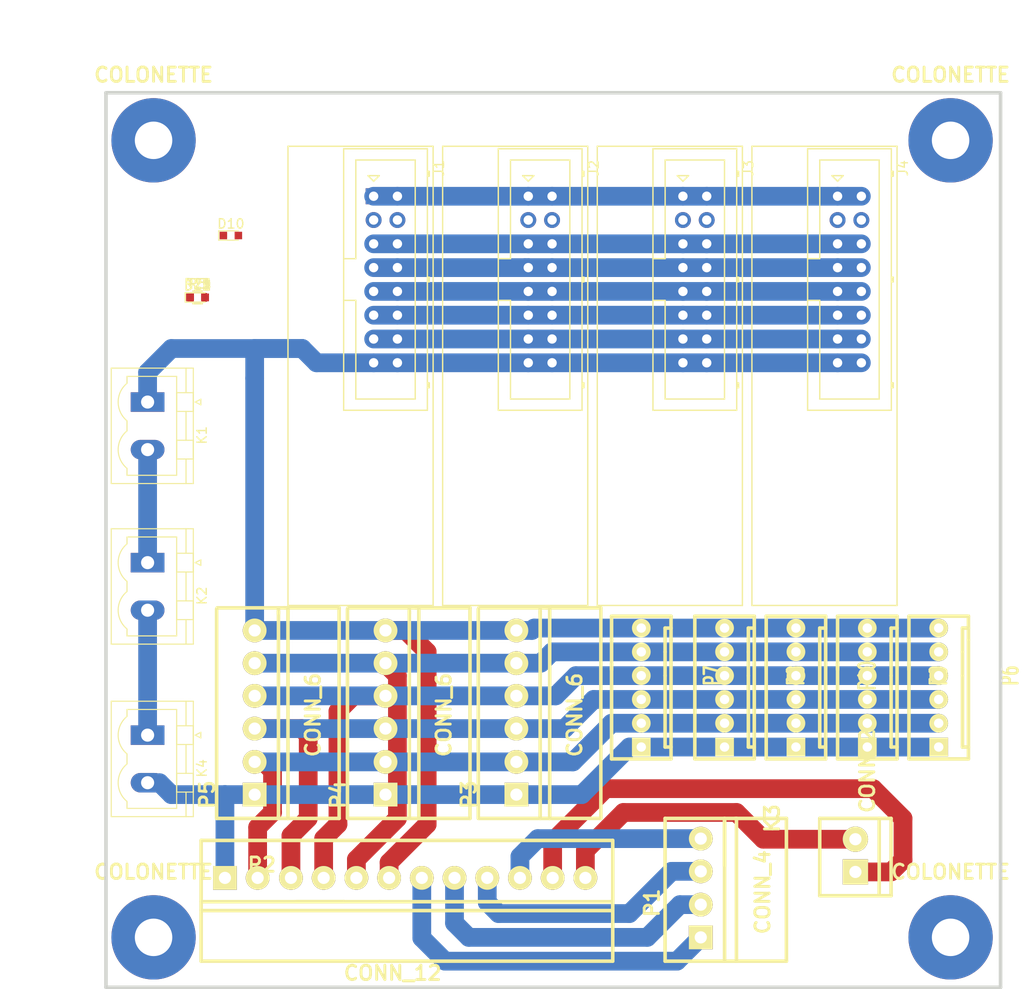
<source format=kicad_pcb>
(kicad_pcb (version 4) (host pcbnew 4.0.6)

  (general
    (links 133)
    (no_connects 17)
    (area 31.559499 53.149499 127.444501 149.034501)
    (thickness 1.6002)
    (drawings 6)
    (tracks 175)
    (zones 0)
    (modules 32)
    (nets 32)
  )

  (page A4)
  (title_block
    (title "Power Supply")
    (date "18 feb 2013")
    (rev "V 1.20")
    (company "CYBERNETIQUE EN NORD")
    (comment 1 F4DEB)
  )

  (layers
    (0 Composant signal)
    (31 Cuivre signal)
    (32 B.Adhes user)
    (33 F.Adhes user)
    (34 B.Paste user)
    (35 F.Paste user)
    (36 B.SilkS user)
    (37 F.SilkS user)
    (38 B.Mask user)
    (39 F.Mask user)
    (40 Dwgs.User user)
    (41 Cmts.User user)
    (42 Eco1.User user)
    (43 Eco2.User user)
    (44 Edge.Cuts user)
  )

  (setup
    (last_trace_width 0.2032)
    (user_trace_width 0.29972)
    (user_trace_width 0.35052)
    (user_trace_width 0.39878)
    (user_trace_width 0.5)
    (user_trace_width 1.00076)
    (user_trace_width 1.99898)
    (user_trace_width 2.99974)
    (user_trace_width 4.0005)
    (trace_clearance 0.20066)
    (zone_clearance 0.508)
    (zone_45_only no)
    (trace_min 0.2032)
    (segment_width 0.381)
    (edge_width 0.381)
    (via_size 1.30048)
    (via_drill 0.59944)
    (via_min_size 0.889)
    (via_min_drill 0.508)
    (user_via 1.30048 0.59944)
    (uvia_size 0.508)
    (uvia_drill 0.127)
    (uvias_allowed no)
    (uvia_min_size 0.508)
    (uvia_min_drill 0.127)
    (pcb_text_width 0.3048)
    (pcb_text_size 1.524 2.032)
    (mod_edge_width 0.381)
    (mod_text_size 1.524 1.524)
    (mod_text_width 0.3048)
    (pad_size 3.6576 2.032)
    (pad_drill 0)
    (pad_to_mask_clearance 0.254)
    (aux_axis_origin 0 0)
    (visible_elements 7FFEFFFF)
    (pcbplotparams
      (layerselection 0x00030_80000001)
      (usegerberextensions true)
      (excludeedgelayer true)
      (linewidth 0.150000)
      (plotframeref false)
      (viasonmask false)
      (mode 1)
      (useauxorigin false)
      (hpglpennumber 1)
      (hpglpenspeed 20)
      (hpglpendiameter 15)
      (hpglpenoverlay 0)
      (psnegative false)
      (psa4output false)
      (plotreference true)
      (plotvalue true)
      (plotinvisibletext false)
      (padsonsilk false)
      (subtractmaskfromsilk false)
      (outputformat 1)
      (mirror false)
      (drillshape 1)
      (scaleselection 1)
      (outputdirectory ""))
  )

  (net 0 "")
  (net 1 GND)
  (net 2 +3V3)
  (net 3 +5VA)
  (net 4 "Net-(D10-Pad2)")
  (net 5 +BATT)
  (net 6 "Net-(D11-Pad2)")
  (net 7 "Net-(D12-Pad2)")
  (net 8 "Net-(D13-Pad2)")
  (net 9 "Net-(D14-Pad2)")
  (net 10 +12V)
  (net 11 +5V)
  (net 12 "Net-(K1-Pad2)")
  (net 13 "Net-(K2-Pad2)")
  (net 14 /M3A)
  (net 15 /M3B)
  (net 16 /M2B)
  (net 17 /M2A)
  (net 18 /M1B)
  (net 19 /M1A)
  (net 20 "Net-(K5-Pad1)")
  (net 21 "Net-(K6-Pad1)")
  (net 22 "Net-(K7-Pad1)")
  (net 23 "Net-(K8-Pad1)")
  (net 24 "Net-(J1-Pad3)")
  (net 25 "Net-(J1-Pad4)")
  (net 26 "Net-(J2-Pad3)")
  (net 27 "Net-(J2-Pad4)")
  (net 28 "Net-(J3-Pad3)")
  (net 29 "Net-(J3-Pad4)")
  (net 30 "Net-(J4-Pad3)")
  (net 31 "Net-(J4-Pad4)")

  (net_class Default "Ceci est la Netclass par défaut"
    (clearance 0.20066)
    (trace_width 0.2032)
    (via_dia 1.30048)
    (via_drill 0.59944)
    (uvia_dia 0.508)
    (uvia_drill 0.127)
    (add_net +12V)
    (add_net +3V3)
    (add_net +5V)
    (add_net +5VA)
    (add_net +BATT)
    (add_net /M1A)
    (add_net /M1B)
    (add_net /M2A)
    (add_net /M2B)
    (add_net /M3A)
    (add_net /M3B)
    (add_net GND)
    (add_net "Net-(D10-Pad2)")
    (add_net "Net-(D11-Pad2)")
    (add_net "Net-(D12-Pad2)")
    (add_net "Net-(D13-Pad2)")
    (add_net "Net-(D14-Pad2)")
    (add_net "Net-(J1-Pad3)")
    (add_net "Net-(J1-Pad4)")
    (add_net "Net-(J2-Pad3)")
    (add_net "Net-(J2-Pad4)")
    (add_net "Net-(J3-Pad3)")
    (add_net "Net-(J3-Pad4)")
    (add_net "Net-(J4-Pad3)")
    (add_net "Net-(J4-Pad4)")
    (add_net "Net-(K1-Pad2)")
    (add_net "Net-(K2-Pad2)")
    (add_net "Net-(K5-Pad1)")
    (add_net "Net-(K6-Pad1)")
    (add_net "Net-(K7-Pad1)")
    (add_net "Net-(K8-Pad1)")
  )

  (module LEDs:LED_0603 (layer Composant) (tedit 57FE93A5) (tstamp 59C5A7BA)
    (at 45.085 68.58)
    (descr "LED 0603 smd package")
    (tags "LED led 0603 SMD smd SMT smt smdled SMDLED smtled SMTLED")
    (path /578FC3D7)
    (attr smd)
    (fp_text reference D10 (at 0 -1.25) (layer F.SilkS)
      (effects (font (size 1 1) (thickness 0.15)))
    )
    (fp_text value LED (at 0 1.35) (layer F.Fab)
      (effects (font (size 1 1) (thickness 0.15)))
    )
    (fp_line (start -1.3 -0.5) (end -1.3 0.5) (layer F.SilkS) (width 0.12))
    (fp_line (start -0.2 -0.2) (end -0.2 0.2) (layer F.Fab) (width 0.1))
    (fp_line (start -0.15 0) (end 0.15 -0.2) (layer F.Fab) (width 0.1))
    (fp_line (start 0.15 0.2) (end -0.15 0) (layer F.Fab) (width 0.1))
    (fp_line (start 0.15 -0.2) (end 0.15 0.2) (layer F.Fab) (width 0.1))
    (fp_line (start 0.8 0.4) (end -0.8 0.4) (layer F.Fab) (width 0.1))
    (fp_line (start 0.8 -0.4) (end 0.8 0.4) (layer F.Fab) (width 0.1))
    (fp_line (start -0.8 -0.4) (end 0.8 -0.4) (layer F.Fab) (width 0.1))
    (fp_line (start -0.8 0.4) (end -0.8 -0.4) (layer F.Fab) (width 0.1))
    (fp_line (start -1.3 0.5) (end 0.8 0.5) (layer F.SilkS) (width 0.12))
    (fp_line (start -1.3 -0.5) (end 0.8 -0.5) (layer F.SilkS) (width 0.12))
    (fp_line (start 1.45 -0.65) (end 1.45 0.65) (layer F.CrtYd) (width 0.05))
    (fp_line (start 1.45 0.65) (end -1.45 0.65) (layer F.CrtYd) (width 0.05))
    (fp_line (start -1.45 0.65) (end -1.45 -0.65) (layer F.CrtYd) (width 0.05))
    (fp_line (start -1.45 -0.65) (end 1.45 -0.65) (layer F.CrtYd) (width 0.05))
    (pad 2 smd rect (at 0.8 0 180) (size 0.8 0.8) (layers Composant F.Paste F.Mask)
      (net 4 "Net-(D10-Pad2)"))
    (pad 1 smd rect (at -0.8 0 180) (size 0.8 0.8) (layers Composant F.Paste F.Mask)
      (net 5 +BATT))
    (model ${KISYS3DMOD}/LEDs.3dshapes/LED_0603.wrl
      (at (xyz 0 0 0))
      (scale (xyz 1 1 1))
      (rotate (xyz 0 0 180))
    )
  )

  (module LEDs:LED_0603 (layer Composant) (tedit 57FE93A5) (tstamp 59C5A7CF)
    (at 41.529 75.184)
    (descr "LED 0603 smd package")
    (tags "LED led 0603 SMD smd SMT smt smdled SMDLED smtled SMTLED")
    (path /578FC3C6)
    (attr smd)
    (fp_text reference D11 (at 0 -1.25) (layer F.SilkS)
      (effects (font (size 1 1) (thickness 0.15)))
    )
    (fp_text value LED (at 0 1.35) (layer F.Fab)
      (effects (font (size 1 1) (thickness 0.15)))
    )
    (fp_line (start -1.3 -0.5) (end -1.3 0.5) (layer F.SilkS) (width 0.12))
    (fp_line (start -0.2 -0.2) (end -0.2 0.2) (layer F.Fab) (width 0.1))
    (fp_line (start -0.15 0) (end 0.15 -0.2) (layer F.Fab) (width 0.1))
    (fp_line (start 0.15 0.2) (end -0.15 0) (layer F.Fab) (width 0.1))
    (fp_line (start 0.15 -0.2) (end 0.15 0.2) (layer F.Fab) (width 0.1))
    (fp_line (start 0.8 0.4) (end -0.8 0.4) (layer F.Fab) (width 0.1))
    (fp_line (start 0.8 -0.4) (end 0.8 0.4) (layer F.Fab) (width 0.1))
    (fp_line (start -0.8 -0.4) (end 0.8 -0.4) (layer F.Fab) (width 0.1))
    (fp_line (start -0.8 0.4) (end -0.8 -0.4) (layer F.Fab) (width 0.1))
    (fp_line (start -1.3 0.5) (end 0.8 0.5) (layer F.SilkS) (width 0.12))
    (fp_line (start -1.3 -0.5) (end 0.8 -0.5) (layer F.SilkS) (width 0.12))
    (fp_line (start 1.45 -0.65) (end 1.45 0.65) (layer F.CrtYd) (width 0.05))
    (fp_line (start 1.45 0.65) (end -1.45 0.65) (layer F.CrtYd) (width 0.05))
    (fp_line (start -1.45 0.65) (end -1.45 -0.65) (layer F.CrtYd) (width 0.05))
    (fp_line (start -1.45 -0.65) (end 1.45 -0.65) (layer F.CrtYd) (width 0.05))
    (pad 2 smd rect (at 0.8 0 180) (size 0.8 0.8) (layers Composant F.Paste F.Mask)
      (net 6 "Net-(D11-Pad2)"))
    (pad 1 smd rect (at -0.8 0 180) (size 0.8 0.8) (layers Composant F.Paste F.Mask)
      (net 10 +12V))
    (model ${KISYS3DMOD}/LEDs.3dshapes/LED_0603.wrl
      (at (xyz 0 0 0))
      (scale (xyz 1 1 1))
      (rotate (xyz 0 0 180))
    )
  )

  (module LEDs:LED_0603 (layer Composant) (tedit 57FE93A5) (tstamp 59C5A7E4)
    (at 41.529 75.184)
    (descr "LED 0603 smd package")
    (tags "LED led 0603 SMD smd SMT smt smdled SMDLED smtled SMTLED")
    (path /578FC3C7)
    (attr smd)
    (fp_text reference D12 (at 0 -1.25) (layer F.SilkS)
      (effects (font (size 1 1) (thickness 0.15)))
    )
    (fp_text value LED (at 0 1.35) (layer F.Fab)
      (effects (font (size 1 1) (thickness 0.15)))
    )
    (fp_line (start -1.3 -0.5) (end -1.3 0.5) (layer F.SilkS) (width 0.12))
    (fp_line (start -0.2 -0.2) (end -0.2 0.2) (layer F.Fab) (width 0.1))
    (fp_line (start -0.15 0) (end 0.15 -0.2) (layer F.Fab) (width 0.1))
    (fp_line (start 0.15 0.2) (end -0.15 0) (layer F.Fab) (width 0.1))
    (fp_line (start 0.15 -0.2) (end 0.15 0.2) (layer F.Fab) (width 0.1))
    (fp_line (start 0.8 0.4) (end -0.8 0.4) (layer F.Fab) (width 0.1))
    (fp_line (start 0.8 -0.4) (end 0.8 0.4) (layer F.Fab) (width 0.1))
    (fp_line (start -0.8 -0.4) (end 0.8 -0.4) (layer F.Fab) (width 0.1))
    (fp_line (start -0.8 0.4) (end -0.8 -0.4) (layer F.Fab) (width 0.1))
    (fp_line (start -1.3 0.5) (end 0.8 0.5) (layer F.SilkS) (width 0.12))
    (fp_line (start -1.3 -0.5) (end 0.8 -0.5) (layer F.SilkS) (width 0.12))
    (fp_line (start 1.45 -0.65) (end 1.45 0.65) (layer F.CrtYd) (width 0.05))
    (fp_line (start 1.45 0.65) (end -1.45 0.65) (layer F.CrtYd) (width 0.05))
    (fp_line (start -1.45 0.65) (end -1.45 -0.65) (layer F.CrtYd) (width 0.05))
    (fp_line (start -1.45 -0.65) (end 1.45 -0.65) (layer F.CrtYd) (width 0.05))
    (pad 2 smd rect (at 0.8 0 180) (size 0.8 0.8) (layers Composant F.Paste F.Mask)
      (net 7 "Net-(D12-Pad2)"))
    (pad 1 smd rect (at -0.8 0 180) (size 0.8 0.8) (layers Composant F.Paste F.Mask)
      (net 3 +5VA))
    (model ${KISYS3DMOD}/LEDs.3dshapes/LED_0603.wrl
      (at (xyz 0 0 0))
      (scale (xyz 1 1 1))
      (rotate (xyz 0 0 180))
    )
  )

  (module LEDs:LED_0603 (layer Composant) (tedit 57FE93A5) (tstamp 59C5A7F9)
    (at 41.529 75.184)
    (descr "LED 0603 smd package")
    (tags "LED led 0603 SMD smd SMT smt smdled SMDLED smtled SMTLED")
    (path /578FC3C9)
    (attr smd)
    (fp_text reference D13 (at 0 -1.25) (layer F.SilkS)
      (effects (font (size 1 1) (thickness 0.15)))
    )
    (fp_text value LED (at 0 1.35) (layer F.Fab)
      (effects (font (size 1 1) (thickness 0.15)))
    )
    (fp_line (start -1.3 -0.5) (end -1.3 0.5) (layer F.SilkS) (width 0.12))
    (fp_line (start -0.2 -0.2) (end -0.2 0.2) (layer F.Fab) (width 0.1))
    (fp_line (start -0.15 0) (end 0.15 -0.2) (layer F.Fab) (width 0.1))
    (fp_line (start 0.15 0.2) (end -0.15 0) (layer F.Fab) (width 0.1))
    (fp_line (start 0.15 -0.2) (end 0.15 0.2) (layer F.Fab) (width 0.1))
    (fp_line (start 0.8 0.4) (end -0.8 0.4) (layer F.Fab) (width 0.1))
    (fp_line (start 0.8 -0.4) (end 0.8 0.4) (layer F.Fab) (width 0.1))
    (fp_line (start -0.8 -0.4) (end 0.8 -0.4) (layer F.Fab) (width 0.1))
    (fp_line (start -0.8 0.4) (end -0.8 -0.4) (layer F.Fab) (width 0.1))
    (fp_line (start -1.3 0.5) (end 0.8 0.5) (layer F.SilkS) (width 0.12))
    (fp_line (start -1.3 -0.5) (end 0.8 -0.5) (layer F.SilkS) (width 0.12))
    (fp_line (start 1.45 -0.65) (end 1.45 0.65) (layer F.CrtYd) (width 0.05))
    (fp_line (start 1.45 0.65) (end -1.45 0.65) (layer F.CrtYd) (width 0.05))
    (fp_line (start -1.45 0.65) (end -1.45 -0.65) (layer F.CrtYd) (width 0.05))
    (fp_line (start -1.45 -0.65) (end 1.45 -0.65) (layer F.CrtYd) (width 0.05))
    (pad 2 smd rect (at 0.8 0 180) (size 0.8 0.8) (layers Composant F.Paste F.Mask)
      (net 8 "Net-(D13-Pad2)"))
    (pad 1 smd rect (at -0.8 0 180) (size 0.8 0.8) (layers Composant F.Paste F.Mask)
      (net 11 +5V))
    (model ${KISYS3DMOD}/LEDs.3dshapes/LED_0603.wrl
      (at (xyz 0 0 0))
      (scale (xyz 1 1 1))
      (rotate (xyz 0 0 180))
    )
  )

  (module LEDs:LED_0603 (layer Composant) (tedit 57FE93A5) (tstamp 59C5A80E)
    (at 41.529 75.184)
    (descr "LED 0603 smd package")
    (tags "LED led 0603 SMD smd SMT smt smdled SMDLED smtled SMTLED")
    (path /578FC3CA)
    (attr smd)
    (fp_text reference D14 (at 0 -1.25) (layer F.SilkS)
      (effects (font (size 1 1) (thickness 0.15)))
    )
    (fp_text value LED (at 0 1.35) (layer F.Fab)
      (effects (font (size 1 1) (thickness 0.15)))
    )
    (fp_line (start -1.3 -0.5) (end -1.3 0.5) (layer F.SilkS) (width 0.12))
    (fp_line (start -0.2 -0.2) (end -0.2 0.2) (layer F.Fab) (width 0.1))
    (fp_line (start -0.15 0) (end 0.15 -0.2) (layer F.Fab) (width 0.1))
    (fp_line (start 0.15 0.2) (end -0.15 0) (layer F.Fab) (width 0.1))
    (fp_line (start 0.15 -0.2) (end 0.15 0.2) (layer F.Fab) (width 0.1))
    (fp_line (start 0.8 0.4) (end -0.8 0.4) (layer F.Fab) (width 0.1))
    (fp_line (start 0.8 -0.4) (end 0.8 0.4) (layer F.Fab) (width 0.1))
    (fp_line (start -0.8 -0.4) (end 0.8 -0.4) (layer F.Fab) (width 0.1))
    (fp_line (start -0.8 0.4) (end -0.8 -0.4) (layer F.Fab) (width 0.1))
    (fp_line (start -1.3 0.5) (end 0.8 0.5) (layer F.SilkS) (width 0.12))
    (fp_line (start -1.3 -0.5) (end 0.8 -0.5) (layer F.SilkS) (width 0.12))
    (fp_line (start 1.45 -0.65) (end 1.45 0.65) (layer F.CrtYd) (width 0.05))
    (fp_line (start 1.45 0.65) (end -1.45 0.65) (layer F.CrtYd) (width 0.05))
    (fp_line (start -1.45 0.65) (end -1.45 -0.65) (layer F.CrtYd) (width 0.05))
    (fp_line (start -1.45 -0.65) (end 1.45 -0.65) (layer F.CrtYd) (width 0.05))
    (pad 2 smd rect (at 0.8 0 180) (size 0.8 0.8) (layers Composant F.Paste F.Mask)
      (net 9 "Net-(D14-Pad2)"))
    (pad 1 smd rect (at -0.8 0 180) (size 0.8 0.8) (layers Composant F.Paste F.Mask)
      (net 2 +3V3))
    (model ${KISYS3DMOD}/LEDs.3dshapes/LED_0603.wrl
      (at (xyz 0 0 0))
      (scale (xyz 1 1 1))
      (rotate (xyz 0 0 180))
    )
  )

  (module CEN-PCB:WEIDMULLER-2 (layer Composant) (tedit 4C0422E4) (tstamp 59C5A832)
    (at 107.95 130.81 90)
    (descr "Bornier d'alimentation 2 pins")
    (tags DEV)
    (path /59C392AD)
    (fp_text reference K3 (at 0 -5.08 90) (layer F.SilkS)
      (effects (font (thickness 0.3048)))
    )
    (fp_text value CONN_2 (at 5.08 5.08 90) (layer F.SilkS)
      (effects (font (thickness 0.3048)))
    )
    (fp_line (start -8.255 0) (end 0 0) (layer F.SilkS) (width 0.381))
    (fp_line (start -8.255 7.62) (end 0 7.62) (layer F.SilkS) (width 0.381))
    (fp_line (start -8.255 6.35) (end 0 6.35) (layer F.SilkS) (width 0.381))
    (fp_line (start 0 7.62) (end 0 0) (layer F.SilkS) (width 0.381))
    (fp_line (start -8.255 7.62) (end -8.255 0) (layer F.SilkS) (width 0.381))
    (fp_line (start -8.255 0) (end -8.255 7.62) (layer F.SilkS) (width 0.3048))
    (pad 1 thru_hole rect (at -5.715 3.81 90) (size 2.70002 2.70002) (drill 1.30048) (layers *.Cu *.Mask F.SilkS)
      (net 14 /M3A))
    (pad 2 thru_hole circle (at -2.2225 3.81 90) (size 2.70002 2.70002) (drill 1.30048) (layers *.Cu *.Mask F.SilkS)
      (net 15 /M3B))
    (model f4deb.3dshapes/weidmuller-2.wrl
      (at (xyz -0.1 -0.1 0))
      (scale (xyz 1 1 1))
      (rotate (xyz 0 0 180))
    )
  )

  (module CEN-PCB:WEIDMULLER-6 (layer Composant) (tedit 4C54602A) (tstamp 59C5A885)
    (at 75.565 128.27 90)
    (descr "Bornier d'alimentation 2 pins")
    (tags DEV)
    (path /59C37F08)
    (fp_text reference P3 (at 0 -5.08 90) (layer F.SilkS)
      (effects (font (thickness 0.3048)))
    )
    (fp_text value CONN_6 (at 8.509 6.223 90) (layer F.SilkS)
      (effects (font (thickness 0.3048)))
    )
    (fp_line (start 19.939 9.017) (end -2.54 9.017) (layer F.SilkS) (width 0.381))
    (fp_line (start 19.812 -4.064) (end -2.54 -4.064) (layer F.SilkS) (width 0.381))
    (fp_line (start 19.304 2.54) (end 19.812 2.54) (layer F.SilkS) (width 0.381))
    (fp_line (start 19.558 2.54) (end -2.286 2.54) (layer F.SilkS) (width 0.381))
    (fp_line (start -2.286 2.54) (end -2.54 2.54) (layer F.SilkS) (width 0.381))
    (fp_line (start 19.812 3.556) (end -2.54 3.556) (layer F.SilkS) (width 0.381))
    (fp_line (start -2.54 3.556) (end -2.54 9.017) (layer F.SilkS) (width 0.381))
    (fp_line (start 19.939 9.017) (end 19.939 3.175) (layer F.SilkS) (width 0.381))
    (fp_line (start 19.939 -4.0005) (end 19.939 3.4925) (layer F.SilkS) (width 0.381))
    (fp_line (start -2.54 -4.0005) (end -2.54 3.4925) (layer F.SilkS) (width 0.381))
    (pad 1 thru_hole rect (at 0 0 90) (size 2.54 2.54) (drill 1.30048) (layers *.Cu *.Mask F.SilkS)
      (net 5 +BATT))
    (pad 2 thru_hole circle (at 3.4925 0 90) (size 2.54 2.54) (drill 1.30048) (layers *.Cu *.Mask F.SilkS)
      (net 10 +12V))
    (pad 3 thru_hole circle (at 7.0485 0 90) (size 2.54 2.54) (drill 1.30048) (layers *.Cu *.Mask F.SilkS)
      (net 3 +5VA))
    (pad 4 thru_hole circle (at 10.541 0 90) (size 2.54 2.54) (drill 1.30048) (layers *.Cu *.Mask F.SilkS)
      (net 11 +5V))
    (pad 5 thru_hole circle (at 14.0335 0 90) (size 2.54 2.54) (drill 1.30048) (layers *.Cu *.Mask F.SilkS)
      (net 2 +3V3))
    (pad 6 thru_hole circle (at 17.526 0 90) (size 2.54 2.54) (drill 1.30048) (layers *.Cu *.Mask F.SilkS)
      (net 1 GND))
    (model f4deb.3dshapes/weidmuller-6.wrl
      (at (xyz 0 0 0))
      (scale (xyz 1 1 1))
      (rotate (xyz 0 0 0))
    )
  )

  (module Resistors_SMD:R_0603 (layer Composant) (tedit 58E0A804) (tstamp 59C5A922)
    (at 41.529 75.184)
    (descr "Resistor SMD 0603, reflow soldering, Vishay (see dcrcw.pdf)")
    (tags "resistor 0603")
    (path /578FC3D6)
    (attr smd)
    (fp_text reference R5 (at 0 -1.45) (layer F.SilkS)
      (effects (font (size 1 1) (thickness 0.15)))
    )
    (fp_text value 3.3k (at 0 1.5) (layer F.Fab)
      (effects (font (size 1 1) (thickness 0.15)))
    )
    (fp_text user %R (at 0 0) (layer F.Fab)
      (effects (font (size 0.4 0.4) (thickness 0.075)))
    )
    (fp_line (start -0.8 0.4) (end -0.8 -0.4) (layer F.Fab) (width 0.1))
    (fp_line (start 0.8 0.4) (end -0.8 0.4) (layer F.Fab) (width 0.1))
    (fp_line (start 0.8 -0.4) (end 0.8 0.4) (layer F.Fab) (width 0.1))
    (fp_line (start -0.8 -0.4) (end 0.8 -0.4) (layer F.Fab) (width 0.1))
    (fp_line (start 0.5 0.68) (end -0.5 0.68) (layer F.SilkS) (width 0.12))
    (fp_line (start -0.5 -0.68) (end 0.5 -0.68) (layer F.SilkS) (width 0.12))
    (fp_line (start -1.25 -0.7) (end 1.25 -0.7) (layer F.CrtYd) (width 0.05))
    (fp_line (start -1.25 -0.7) (end -1.25 0.7) (layer F.CrtYd) (width 0.05))
    (fp_line (start 1.25 0.7) (end 1.25 -0.7) (layer F.CrtYd) (width 0.05))
    (fp_line (start 1.25 0.7) (end -1.25 0.7) (layer F.CrtYd) (width 0.05))
    (pad 1 smd rect (at -0.75 0) (size 0.5 0.9) (layers Composant F.Paste F.Mask)
      (net 4 "Net-(D10-Pad2)"))
    (pad 2 smd rect (at 0.75 0) (size 0.5 0.9) (layers Composant F.Paste F.Mask)
      (net 1 GND))
    (model ${KISYS3DMOD}/Resistors_SMD.3dshapes/R_0603.wrl
      (at (xyz 0 0 0))
      (scale (xyz 1 1 1))
      (rotate (xyz 0 0 0))
    )
  )

  (module Resistors_SMD:R_0603 (layer Composant) (tedit 58E0A804) (tstamp 59C5A933)
    (at 41.529 75.184)
    (descr "Resistor SMD 0603, reflow soldering, Vishay (see dcrcw.pdf)")
    (tags "resistor 0603")
    (path /578FC3C2)
    (attr smd)
    (fp_text reference R10 (at 0 -1.45) (layer F.SilkS)
      (effects (font (size 1 1) (thickness 0.15)))
    )
    (fp_text value 3.3k (at 0 1.5) (layer F.Fab)
      (effects (font (size 1 1) (thickness 0.15)))
    )
    (fp_text user %R (at 0 0) (layer F.Fab)
      (effects (font (size 0.4 0.4) (thickness 0.075)))
    )
    (fp_line (start -0.8 0.4) (end -0.8 -0.4) (layer F.Fab) (width 0.1))
    (fp_line (start 0.8 0.4) (end -0.8 0.4) (layer F.Fab) (width 0.1))
    (fp_line (start 0.8 -0.4) (end 0.8 0.4) (layer F.Fab) (width 0.1))
    (fp_line (start -0.8 -0.4) (end 0.8 -0.4) (layer F.Fab) (width 0.1))
    (fp_line (start 0.5 0.68) (end -0.5 0.68) (layer F.SilkS) (width 0.12))
    (fp_line (start -0.5 -0.68) (end 0.5 -0.68) (layer F.SilkS) (width 0.12))
    (fp_line (start -1.25 -0.7) (end 1.25 -0.7) (layer F.CrtYd) (width 0.05))
    (fp_line (start -1.25 -0.7) (end -1.25 0.7) (layer F.CrtYd) (width 0.05))
    (fp_line (start 1.25 0.7) (end 1.25 -0.7) (layer F.CrtYd) (width 0.05))
    (fp_line (start 1.25 0.7) (end -1.25 0.7) (layer F.CrtYd) (width 0.05))
    (pad 1 smd rect (at -0.75 0) (size 0.5 0.9) (layers Composant F.Paste F.Mask)
      (net 6 "Net-(D11-Pad2)"))
    (pad 2 smd rect (at 0.75 0) (size 0.5 0.9) (layers Composant F.Paste F.Mask)
      (net 1 GND))
    (model ${KISYS3DMOD}/Resistors_SMD.3dshapes/R_0603.wrl
      (at (xyz 0 0 0))
      (scale (xyz 1 1 1))
      (rotate (xyz 0 0 0))
    )
  )

  (module Resistors_SMD:R_0603 (layer Composant) (tedit 58E0A804) (tstamp 59C5A944)
    (at 41.529 75.184)
    (descr "Resistor SMD 0603, reflow soldering, Vishay (see dcrcw.pdf)")
    (tags "resistor 0603")
    (path /578FC3C1)
    (attr smd)
    (fp_text reference R15 (at 0 -1.45) (layer F.SilkS)
      (effects (font (size 1 1) (thickness 0.15)))
    )
    (fp_text value 1k (at 0 1.5) (layer F.Fab)
      (effects (font (size 1 1) (thickness 0.15)))
    )
    (fp_text user %R (at 0 0) (layer F.Fab)
      (effects (font (size 0.4 0.4) (thickness 0.075)))
    )
    (fp_line (start -0.8 0.4) (end -0.8 -0.4) (layer F.Fab) (width 0.1))
    (fp_line (start 0.8 0.4) (end -0.8 0.4) (layer F.Fab) (width 0.1))
    (fp_line (start 0.8 -0.4) (end 0.8 0.4) (layer F.Fab) (width 0.1))
    (fp_line (start -0.8 -0.4) (end 0.8 -0.4) (layer F.Fab) (width 0.1))
    (fp_line (start 0.5 0.68) (end -0.5 0.68) (layer F.SilkS) (width 0.12))
    (fp_line (start -0.5 -0.68) (end 0.5 -0.68) (layer F.SilkS) (width 0.12))
    (fp_line (start -1.25 -0.7) (end 1.25 -0.7) (layer F.CrtYd) (width 0.05))
    (fp_line (start -1.25 -0.7) (end -1.25 0.7) (layer F.CrtYd) (width 0.05))
    (fp_line (start 1.25 0.7) (end 1.25 -0.7) (layer F.CrtYd) (width 0.05))
    (fp_line (start 1.25 0.7) (end -1.25 0.7) (layer F.CrtYd) (width 0.05))
    (pad 1 smd rect (at -0.75 0) (size 0.5 0.9) (layers Composant F.Paste F.Mask)
      (net 7 "Net-(D12-Pad2)"))
    (pad 2 smd rect (at 0.75 0) (size 0.5 0.9) (layers Composant F.Paste F.Mask)
      (net 1 GND))
    (model ${KISYS3DMOD}/Resistors_SMD.3dshapes/R_0603.wrl
      (at (xyz 0 0 0))
      (scale (xyz 1 1 1))
      (rotate (xyz 0 0 0))
    )
  )

  (module Resistors_SMD:R_0603 (layer Composant) (tedit 58E0A804) (tstamp 59C5A955)
    (at 41.529 75.184)
    (descr "Resistor SMD 0603, reflow soldering, Vishay (see dcrcw.pdf)")
    (tags "resistor 0603")
    (path /578FC3C4)
    (attr smd)
    (fp_text reference R20 (at 0 -1.45) (layer F.SilkS)
      (effects (font (size 1 1) (thickness 0.15)))
    )
    (fp_text value 1k (at 0 1.5) (layer F.Fab)
      (effects (font (size 1 1) (thickness 0.15)))
    )
    (fp_text user %R (at 0 0) (layer F.Fab)
      (effects (font (size 0.4 0.4) (thickness 0.075)))
    )
    (fp_line (start -0.8 0.4) (end -0.8 -0.4) (layer F.Fab) (width 0.1))
    (fp_line (start 0.8 0.4) (end -0.8 0.4) (layer F.Fab) (width 0.1))
    (fp_line (start 0.8 -0.4) (end 0.8 0.4) (layer F.Fab) (width 0.1))
    (fp_line (start -0.8 -0.4) (end 0.8 -0.4) (layer F.Fab) (width 0.1))
    (fp_line (start 0.5 0.68) (end -0.5 0.68) (layer F.SilkS) (width 0.12))
    (fp_line (start -0.5 -0.68) (end 0.5 -0.68) (layer F.SilkS) (width 0.12))
    (fp_line (start -1.25 -0.7) (end 1.25 -0.7) (layer F.CrtYd) (width 0.05))
    (fp_line (start -1.25 -0.7) (end -1.25 0.7) (layer F.CrtYd) (width 0.05))
    (fp_line (start 1.25 0.7) (end 1.25 -0.7) (layer F.CrtYd) (width 0.05))
    (fp_line (start 1.25 0.7) (end -1.25 0.7) (layer F.CrtYd) (width 0.05))
    (pad 1 smd rect (at -0.75 0) (size 0.5 0.9) (layers Composant F.Paste F.Mask)
      (net 8 "Net-(D13-Pad2)"))
    (pad 2 smd rect (at 0.75 0) (size 0.5 0.9) (layers Composant F.Paste F.Mask)
      (net 1 GND))
    (model ${KISYS3DMOD}/Resistors_SMD.3dshapes/R_0603.wrl
      (at (xyz 0 0 0))
      (scale (xyz 1 1 1))
      (rotate (xyz 0 0 0))
    )
  )

  (module Resistors_SMD:R_0603 (layer Composant) (tedit 58E0A804) (tstamp 59C5A966)
    (at 41.529 75.184)
    (descr "Resistor SMD 0603, reflow soldering, Vishay (see dcrcw.pdf)")
    (tags "resistor 0603")
    (path /578FC3C5)
    (attr smd)
    (fp_text reference R21 (at 0 -1.45) (layer F.SilkS)
      (effects (font (size 1 1) (thickness 0.15)))
    )
    (fp_text value 470 (at 0 1.5) (layer F.Fab)
      (effects (font (size 1 1) (thickness 0.15)))
    )
    (fp_text user %R (at 0 0) (layer F.Fab)
      (effects (font (size 0.4 0.4) (thickness 0.075)))
    )
    (fp_line (start -0.8 0.4) (end -0.8 -0.4) (layer F.Fab) (width 0.1))
    (fp_line (start 0.8 0.4) (end -0.8 0.4) (layer F.Fab) (width 0.1))
    (fp_line (start 0.8 -0.4) (end 0.8 0.4) (layer F.Fab) (width 0.1))
    (fp_line (start -0.8 -0.4) (end 0.8 -0.4) (layer F.Fab) (width 0.1))
    (fp_line (start 0.5 0.68) (end -0.5 0.68) (layer F.SilkS) (width 0.12))
    (fp_line (start -0.5 -0.68) (end 0.5 -0.68) (layer F.SilkS) (width 0.12))
    (fp_line (start -1.25 -0.7) (end 1.25 -0.7) (layer F.CrtYd) (width 0.05))
    (fp_line (start -1.25 -0.7) (end -1.25 0.7) (layer F.CrtYd) (width 0.05))
    (fp_line (start 1.25 0.7) (end 1.25 -0.7) (layer F.CrtYd) (width 0.05))
    (fp_line (start 1.25 0.7) (end -1.25 0.7) (layer F.CrtYd) (width 0.05))
    (pad 1 smd rect (at -0.75 0) (size 0.5 0.9) (layers Composant F.Paste F.Mask)
      (net 9 "Net-(D14-Pad2)"))
    (pad 2 smd rect (at 0.75 0) (size 0.5 0.9) (layers Composant F.Paste F.Mask)
      (net 1 GND))
    (model ${KISYS3DMOD}/Resistors_SMD.3dshapes/R_0603.wrl
      (at (xyz 0 0 0))
      (scale (xyz 1 1 1))
      (rotate (xyz 0 0 0))
    )
  )

  (module f4deb-mod-library:COLONETTE (layer Composant) (tedit 55447988) (tstamp 59C5B434)
    (at 36.83 143.51)
    (path /59C59BD1)
    (fp_text reference K5 (at 0 0) (layer F.SilkS)
      (effects (font (thickness 0.3048)))
    )
    (fp_text value COLONETTE (at 0 -6.985) (layer F.SilkS)
      (effects (font (thickness 0.3048)))
    )
    (pad 1 thru_hole circle (at 0 0) (size 8.99922 8.99922) (drill 4.0005) (layers *.Cu)
      (net 20 "Net-(K5-Pad1)"))
    (pad 1 thru_hole circle (at 0 0) (size 2 2) (drill 0.6) (layers *.Cu *.Mask F.SilkS)
      (net 20 "Net-(K5-Pad1)"))
    (model git-f4deb-cen-electronic-library/wings/Colonette1.wrl
      (at (xyz 0 0 0))
      (scale (xyz 1 1 1))
      (rotate (xyz 0 0 0))
    )
  )

  (module f4deb-mod-library:COLONETTE (layer Composant) (tedit 55447988) (tstamp 59C5B43A)
    (at 121.92 143.51)
    (path /59C59EA5)
    (fp_text reference K6 (at 0 0) (layer F.SilkS)
      (effects (font (thickness 0.3048)))
    )
    (fp_text value COLONETTE (at 0 -6.985) (layer F.SilkS)
      (effects (font (thickness 0.3048)))
    )
    (pad 1 thru_hole circle (at 0 0) (size 8.99922 8.99922) (drill 4.0005) (layers *.Cu)
      (net 21 "Net-(K6-Pad1)"))
    (pad 1 thru_hole circle (at 0 0) (size 2 2) (drill 0.6) (layers *.Cu *.Mask F.SilkS)
      (net 21 "Net-(K6-Pad1)"))
    (model git-f4deb-cen-electronic-library/wings/Colonette1.wrl
      (at (xyz 0 0 0))
      (scale (xyz 1 1 1))
      (rotate (xyz 0 0 0))
    )
  )

  (module f4deb-mod-library:COLONETTE (layer Composant) (tedit 55447988) (tstamp 59C5B440)
    (at 36.83 58.42)
    (path /59C59F7A)
    (fp_text reference K7 (at 0 0) (layer F.SilkS)
      (effects (font (thickness 0.3048)))
    )
    (fp_text value COLONETTE (at 0 -6.985) (layer F.SilkS)
      (effects (font (thickness 0.3048)))
    )
    (pad 1 thru_hole circle (at 0 0) (size 8.99922 8.99922) (drill 4.0005) (layers *.Cu)
      (net 22 "Net-(K7-Pad1)"))
    (pad 1 thru_hole circle (at 0 0) (size 2 2) (drill 0.6) (layers *.Cu *.Mask F.SilkS)
      (net 22 "Net-(K7-Pad1)"))
    (model git-f4deb-cen-electronic-library/wings/Colonette1.wrl
      (at (xyz 0 0 0))
      (scale (xyz 1 1 1))
      (rotate (xyz 0 0 0))
    )
  )

  (module f4deb-mod-library:COLONETTE (layer Composant) (tedit 55447988) (tstamp 59C5B446)
    (at 121.92 58.42)
    (path /59C5A01D)
    (fp_text reference K8 (at 0 0) (layer F.SilkS)
      (effects (font (thickness 0.3048)))
    )
    (fp_text value COLONETTE (at 0 -6.985) (layer F.SilkS)
      (effects (font (thickness 0.3048)))
    )
    (pad 1 thru_hole circle (at 0 0) (size 8.99922 8.99922) (drill 4.0005) (layers *.Cu)
      (net 23 "Net-(K8-Pad1)"))
    (pad 1 thru_hole circle (at 0 0) (size 2 2) (drill 0.6) (layers *.Cu *.Mask F.SilkS)
      (net 23 "Net-(K8-Pad1)"))
    (model git-f4deb-cen-electronic-library/wings/Colonette1.wrl
      (at (xyz 0 0 0))
      (scale (xyz 1 1 1))
      (rotate (xyz 0 0 0))
    )
  )

  (module CEN-PCB:WEIDMULLER-6 (layer Composant) (tedit 4C54602A) (tstamp 59D96D7C)
    (at 61.595 128.27 90)
    (descr "Bornier d'alimentation 2 pins")
    (tags DEV)
    (path /59C37ED8)
    (fp_text reference P4 (at 0 -5.08 90) (layer F.SilkS)
      (effects (font (thickness 0.3048)))
    )
    (fp_text value CONN_6 (at 8.509 6.223 90) (layer F.SilkS)
      (effects (font (thickness 0.3048)))
    )
    (fp_line (start 19.939 9.017) (end -2.54 9.017) (layer F.SilkS) (width 0.381))
    (fp_line (start 19.812 -4.064) (end -2.54 -4.064) (layer F.SilkS) (width 0.381))
    (fp_line (start 19.304 2.54) (end 19.812 2.54) (layer F.SilkS) (width 0.381))
    (fp_line (start 19.558 2.54) (end -2.286 2.54) (layer F.SilkS) (width 0.381))
    (fp_line (start -2.286 2.54) (end -2.54 2.54) (layer F.SilkS) (width 0.381))
    (fp_line (start 19.812 3.556) (end -2.54 3.556) (layer F.SilkS) (width 0.381))
    (fp_line (start -2.54 3.556) (end -2.54 9.017) (layer F.SilkS) (width 0.381))
    (fp_line (start 19.939 9.017) (end 19.939 3.175) (layer F.SilkS) (width 0.381))
    (fp_line (start 19.939 -4.0005) (end 19.939 3.4925) (layer F.SilkS) (width 0.381))
    (fp_line (start -2.54 -4.0005) (end -2.54 3.4925) (layer F.SilkS) (width 0.381))
    (pad 1 thru_hole rect (at 0 0 90) (size 2.54 2.54) (drill 1.30048) (layers *.Cu *.Mask F.SilkS)
      (net 5 +BATT))
    (pad 2 thru_hole circle (at 3.4925 0 90) (size 2.54 2.54) (drill 1.30048) (layers *.Cu *.Mask F.SilkS)
      (net 10 +12V))
    (pad 3 thru_hole circle (at 7.0485 0 90) (size 2.54 2.54) (drill 1.30048) (layers *.Cu *.Mask F.SilkS)
      (net 3 +5VA))
    (pad 4 thru_hole circle (at 10.541 0 90) (size 2.54 2.54) (drill 1.30048) (layers *.Cu *.Mask F.SilkS)
      (net 11 +5V))
    (pad 5 thru_hole circle (at 14.0335 0 90) (size 2.54 2.54) (drill 1.30048) (layers *.Cu *.Mask F.SilkS)
      (net 2 +3V3))
    (pad 6 thru_hole circle (at 17.526 0 90) (size 2.54 2.54) (drill 1.30048) (layers *.Cu *.Mask F.SilkS)
      (net 1 GND))
    (model f4deb.3dshapes/weidmuller-6.wrl
      (at (xyz 0 0 0))
      (scale (xyz 1 1 1))
      (rotate (xyz 0 0 0))
    )
  )

  (module CEN-PCB:WEIDMULLER-6 (layer Composant) (tedit 4C54602A) (tstamp 59D96D90)
    (at 47.625 128.27 90)
    (descr "Bornier d'alimentation 2 pins")
    (tags DEV)
    (path /59C37CEA)
    (fp_text reference P5 (at 0 -5.08 90) (layer F.SilkS)
      (effects (font (thickness 0.3048)))
    )
    (fp_text value CONN_6 (at 8.509 6.223 90) (layer F.SilkS)
      (effects (font (thickness 0.3048)))
    )
    (fp_line (start 19.939 9.017) (end -2.54 9.017) (layer F.SilkS) (width 0.381))
    (fp_line (start 19.812 -4.064) (end -2.54 -4.064) (layer F.SilkS) (width 0.381))
    (fp_line (start 19.304 2.54) (end 19.812 2.54) (layer F.SilkS) (width 0.381))
    (fp_line (start 19.558 2.54) (end -2.286 2.54) (layer F.SilkS) (width 0.381))
    (fp_line (start -2.286 2.54) (end -2.54 2.54) (layer F.SilkS) (width 0.381))
    (fp_line (start 19.812 3.556) (end -2.54 3.556) (layer F.SilkS) (width 0.381))
    (fp_line (start -2.54 3.556) (end -2.54 9.017) (layer F.SilkS) (width 0.381))
    (fp_line (start 19.939 9.017) (end 19.939 3.175) (layer F.SilkS) (width 0.381))
    (fp_line (start 19.939 -4.0005) (end 19.939 3.4925) (layer F.SilkS) (width 0.381))
    (fp_line (start -2.54 -4.0005) (end -2.54 3.4925) (layer F.SilkS) (width 0.381))
    (pad 1 thru_hole rect (at 0 0 90) (size 2.54 2.54) (drill 1.30048) (layers *.Cu *.Mask F.SilkS)
      (net 5 +BATT))
    (pad 2 thru_hole circle (at 3.4925 0 90) (size 2.54 2.54) (drill 1.30048) (layers *.Cu *.Mask F.SilkS)
      (net 10 +12V))
    (pad 3 thru_hole circle (at 7.0485 0 90) (size 2.54 2.54) (drill 1.30048) (layers *.Cu *.Mask F.SilkS)
      (net 3 +5VA))
    (pad 4 thru_hole circle (at 10.541 0 90) (size 2.54 2.54) (drill 1.30048) (layers *.Cu *.Mask F.SilkS)
      (net 11 +5V))
    (pad 5 thru_hole circle (at 14.0335 0 90) (size 2.54 2.54) (drill 1.30048) (layers *.Cu *.Mask F.SilkS)
      (net 2 +3V3))
    (pad 6 thru_hole circle (at 17.526 0 90) (size 2.54 2.54) (drill 1.30048) (layers *.Cu *.Mask F.SilkS)
      (net 1 GND))
    (model f4deb.3dshapes/weidmuller-6.wrl
      (at (xyz 0 0 0))
      (scale (xyz 1 1 1))
      (rotate (xyz 0 0 0))
    )
  )

  (module CEN-PCB:KK-6 (layer Composant) (tedit 51BE0F5E) (tstamp 59D96DA6)
    (at 120.65 116.84 270)
    (descr "Connecteur 4 pibs")
    (tags "CONN DEV")
    (path /59C35113)
    (fp_text reference P6 (at -1.27 -7.62 270) (layer F.SilkS)
      (effects (font (size 1.73482 1.08712) (thickness 0.27178)))
    )
    (fp_text value CONN_6 (at -5.08 -5.08 270) (layer F.SilkS) hide
      (effects (font (size 1.524 1.016) (thickness 0.254)))
    )
    (fp_line (start -5.08 3.175) (end -7.62 3.175) (layer F.SilkS) (width 0.381))
    (fp_line (start -3.81 -2.54) (end -6.35 -2.54) (layer F.SilkS) (width 0.381))
    (fp_line (start -5.08 -3.175) (end -7.62 -3.175) (layer F.SilkS) (width 0.381))
    (fp_line (start -5.08 3.175) (end -1.905 3.175) (layer F.SilkS) (width 0.381))
    (fp_line (start -6.35 -2.54) (end -6.35 -3.175) (layer F.SilkS) (width 0.381))
    (fp_line (start 7.62 -3.175) (end -5.08 -3.175) (layer F.SilkS) (width 0.381))
    (fp_line (start -7.62 -3.175) (end -7.62 3.175) (layer F.SilkS) (width 0.381))
    (fp_line (start -3.81 -2.54) (end -1.27 -2.54) (layer F.SilkS) (width 0.381))
    (fp_line (start 6.35 -3.175) (end 6.35 -2.54) (layer F.SilkS) (width 0.381))
    (fp_line (start 6.35 -2.54) (end -1.27 -2.54) (layer F.SilkS) (width 0.381))
    (fp_line (start -2.54 3.175) (end 7.62 3.175) (layer F.SilkS) (width 0.381))
    (fp_line (start 7.62 3.175) (end 7.62 -3.175) (layer F.SilkS) (width 0.381))
    (pad 5 thru_hole circle (at -3.81 0 270) (size 1.99898 1.99898) (drill 1.00076) (layers *.Cu *.Mask F.SilkS)
      (net 2 +3V3))
    (pad 1 thru_hole rect (at 6.35 0 270) (size 1.99898 1.99898) (drill 1.00076) (layers *.Cu *.Mask F.SilkS)
      (net 5 +BATT))
    (pad 2 thru_hole circle (at 3.81 0 270) (size 1.99898 1.99898) (drill 1.00076) (layers *.Cu *.Mask F.SilkS)
      (net 10 +12V))
    (pad 3 thru_hole circle (at 1.27 0 270) (size 1.99898 1.99898) (drill 1.00076) (layers *.Cu *.Mask F.SilkS)
      (net 3 +5VA))
    (pad 4 thru_hole circle (at -1.27 0 270) (size 1.99898 1.99898) (drill 1.00076) (layers *.Cu *.Mask F.SilkS)
      (net 11 +5V))
    (pad 6 thru_hole circle (at -6.35 0 270) (size 1.99898 1.99898) (drill 1.00076) (layers *.Cu *.Mask F.SilkS)
      (net 1 GND))
    (model f4deb.3dshapes/KK-6.wrl
      (at (xyz 0 0 0))
      (scale (xyz 1 1 1))
      (rotate (xyz 0 0 0))
    )
  )

  (module CEN-PCB:KK-6 (layer Composant) (tedit 51BE0F5E) (tstamp 59D96DBC)
    (at 88.9 116.84 270)
    (descr "Connecteur 4 pibs")
    (tags "CONN DEV")
    (path /59C37F68)
    (fp_text reference P7 (at -1.27 -7.62 270) (layer F.SilkS)
      (effects (font (size 1.73482 1.08712) (thickness 0.27178)))
    )
    (fp_text value CONN_6 (at -5.08 -5.08 270) (layer F.SilkS) hide
      (effects (font (size 1.524 1.016) (thickness 0.254)))
    )
    (fp_line (start -5.08 3.175) (end -7.62 3.175) (layer F.SilkS) (width 0.381))
    (fp_line (start -3.81 -2.54) (end -6.35 -2.54) (layer F.SilkS) (width 0.381))
    (fp_line (start -5.08 -3.175) (end -7.62 -3.175) (layer F.SilkS) (width 0.381))
    (fp_line (start -5.08 3.175) (end -1.905 3.175) (layer F.SilkS) (width 0.381))
    (fp_line (start -6.35 -2.54) (end -6.35 -3.175) (layer F.SilkS) (width 0.381))
    (fp_line (start 7.62 -3.175) (end -5.08 -3.175) (layer F.SilkS) (width 0.381))
    (fp_line (start -7.62 -3.175) (end -7.62 3.175) (layer F.SilkS) (width 0.381))
    (fp_line (start -3.81 -2.54) (end -1.27 -2.54) (layer F.SilkS) (width 0.381))
    (fp_line (start 6.35 -3.175) (end 6.35 -2.54) (layer F.SilkS) (width 0.381))
    (fp_line (start 6.35 -2.54) (end -1.27 -2.54) (layer F.SilkS) (width 0.381))
    (fp_line (start -2.54 3.175) (end 7.62 3.175) (layer F.SilkS) (width 0.381))
    (fp_line (start 7.62 3.175) (end 7.62 -3.175) (layer F.SilkS) (width 0.381))
    (pad 5 thru_hole circle (at -3.81 0 270) (size 1.99898 1.99898) (drill 1.00076) (layers *.Cu *.Mask F.SilkS)
      (net 2 +3V3))
    (pad 1 thru_hole rect (at 6.35 0 270) (size 1.99898 1.99898) (drill 1.00076) (layers *.Cu *.Mask F.SilkS)
      (net 5 +BATT))
    (pad 2 thru_hole circle (at 3.81 0 270) (size 1.99898 1.99898) (drill 1.00076) (layers *.Cu *.Mask F.SilkS)
      (net 10 +12V))
    (pad 3 thru_hole circle (at 1.27 0 270) (size 1.99898 1.99898) (drill 1.00076) (layers *.Cu *.Mask F.SilkS)
      (net 3 +5VA))
    (pad 4 thru_hole circle (at -1.27 0 270) (size 1.99898 1.99898) (drill 1.00076) (layers *.Cu *.Mask F.SilkS)
      (net 11 +5V))
    (pad 6 thru_hole circle (at -6.35 0 270) (size 1.99898 1.99898) (drill 1.00076) (layers *.Cu *.Mask F.SilkS)
      (net 1 GND))
    (model f4deb.3dshapes/KK-6.wrl
      (at (xyz 0 0 0))
      (scale (xyz 1 1 1))
      (rotate (xyz 0 0 0))
    )
  )

  (module CEN-PCB:KK-6 (layer Composant) (tedit 51BE0F5E) (tstamp 59D96DD2)
    (at 97.79 116.84 270)
    (descr "Connecteur 4 pibs")
    (tags "CONN DEV")
    (path /59C37F38)
    (fp_text reference P8 (at -1.27 -7.62 270) (layer F.SilkS)
      (effects (font (size 1.73482 1.08712) (thickness 0.27178)))
    )
    (fp_text value CONN_6 (at -5.08 -5.08 270) (layer F.SilkS) hide
      (effects (font (size 1.524 1.016) (thickness 0.254)))
    )
    (fp_line (start -5.08 3.175) (end -7.62 3.175) (layer F.SilkS) (width 0.381))
    (fp_line (start -3.81 -2.54) (end -6.35 -2.54) (layer F.SilkS) (width 0.381))
    (fp_line (start -5.08 -3.175) (end -7.62 -3.175) (layer F.SilkS) (width 0.381))
    (fp_line (start -5.08 3.175) (end -1.905 3.175) (layer F.SilkS) (width 0.381))
    (fp_line (start -6.35 -2.54) (end -6.35 -3.175) (layer F.SilkS) (width 0.381))
    (fp_line (start 7.62 -3.175) (end -5.08 -3.175) (layer F.SilkS) (width 0.381))
    (fp_line (start -7.62 -3.175) (end -7.62 3.175) (layer F.SilkS) (width 0.381))
    (fp_line (start -3.81 -2.54) (end -1.27 -2.54) (layer F.SilkS) (width 0.381))
    (fp_line (start 6.35 -3.175) (end 6.35 -2.54) (layer F.SilkS) (width 0.381))
    (fp_line (start 6.35 -2.54) (end -1.27 -2.54) (layer F.SilkS) (width 0.381))
    (fp_line (start -2.54 3.175) (end 7.62 3.175) (layer F.SilkS) (width 0.381))
    (fp_line (start 7.62 3.175) (end 7.62 -3.175) (layer F.SilkS) (width 0.381))
    (pad 5 thru_hole circle (at -3.81 0 270) (size 1.99898 1.99898) (drill 1.00076) (layers *.Cu *.Mask F.SilkS)
      (net 2 +3V3))
    (pad 1 thru_hole rect (at 6.35 0 270) (size 1.99898 1.99898) (drill 1.00076) (layers *.Cu *.Mask F.SilkS)
      (net 5 +BATT))
    (pad 2 thru_hole circle (at 3.81 0 270) (size 1.99898 1.99898) (drill 1.00076) (layers *.Cu *.Mask F.SilkS)
      (net 10 +12V))
    (pad 3 thru_hole circle (at 1.27 0 270) (size 1.99898 1.99898) (drill 1.00076) (layers *.Cu *.Mask F.SilkS)
      (net 3 +5VA))
    (pad 4 thru_hole circle (at -1.27 0 270) (size 1.99898 1.99898) (drill 1.00076) (layers *.Cu *.Mask F.SilkS)
      (net 11 +5V))
    (pad 6 thru_hole circle (at -6.35 0 270) (size 1.99898 1.99898) (drill 1.00076) (layers *.Cu *.Mask F.SilkS)
      (net 1 GND))
    (model f4deb.3dshapes/KK-6.wrl
      (at (xyz 0 0 0))
      (scale (xyz 1 1 1))
      (rotate (xyz 0 0 0))
    )
  )

  (module CEN-PCB:KK-6 (layer Composant) (tedit 51BE0F5E) (tstamp 59D96DE8)
    (at 113.03 116.84 270)
    (descr "Connecteur 4 pibs")
    (tags "CONN DEV")
    (path /59C37DAC)
    (fp_text reference P9 (at -1.27 -7.62 270) (layer F.SilkS)
      (effects (font (size 1.73482 1.08712) (thickness 0.27178)))
    )
    (fp_text value CONN_6 (at -5.08 -5.08 270) (layer F.SilkS) hide
      (effects (font (size 1.524 1.016) (thickness 0.254)))
    )
    (fp_line (start -5.08 3.175) (end -7.62 3.175) (layer F.SilkS) (width 0.381))
    (fp_line (start -3.81 -2.54) (end -6.35 -2.54) (layer F.SilkS) (width 0.381))
    (fp_line (start -5.08 -3.175) (end -7.62 -3.175) (layer F.SilkS) (width 0.381))
    (fp_line (start -5.08 3.175) (end -1.905 3.175) (layer F.SilkS) (width 0.381))
    (fp_line (start -6.35 -2.54) (end -6.35 -3.175) (layer F.SilkS) (width 0.381))
    (fp_line (start 7.62 -3.175) (end -5.08 -3.175) (layer F.SilkS) (width 0.381))
    (fp_line (start -7.62 -3.175) (end -7.62 3.175) (layer F.SilkS) (width 0.381))
    (fp_line (start -3.81 -2.54) (end -1.27 -2.54) (layer F.SilkS) (width 0.381))
    (fp_line (start 6.35 -3.175) (end 6.35 -2.54) (layer F.SilkS) (width 0.381))
    (fp_line (start 6.35 -2.54) (end -1.27 -2.54) (layer F.SilkS) (width 0.381))
    (fp_line (start -2.54 3.175) (end 7.62 3.175) (layer F.SilkS) (width 0.381))
    (fp_line (start 7.62 3.175) (end 7.62 -3.175) (layer F.SilkS) (width 0.381))
    (pad 5 thru_hole circle (at -3.81 0 270) (size 1.99898 1.99898) (drill 1.00076) (layers *.Cu *.Mask F.SilkS)
      (net 2 +3V3))
    (pad 1 thru_hole rect (at 6.35 0 270) (size 1.99898 1.99898) (drill 1.00076) (layers *.Cu *.Mask F.SilkS)
      (net 5 +BATT))
    (pad 2 thru_hole circle (at 3.81 0 270) (size 1.99898 1.99898) (drill 1.00076) (layers *.Cu *.Mask F.SilkS)
      (net 10 +12V))
    (pad 3 thru_hole circle (at 1.27 0 270) (size 1.99898 1.99898) (drill 1.00076) (layers *.Cu *.Mask F.SilkS)
      (net 3 +5VA))
    (pad 4 thru_hole circle (at -1.27 0 270) (size 1.99898 1.99898) (drill 1.00076) (layers *.Cu *.Mask F.SilkS)
      (net 11 +5V))
    (pad 6 thru_hole circle (at -6.35 0 270) (size 1.99898 1.99898) (drill 1.00076) (layers *.Cu *.Mask F.SilkS)
      (net 1 GND))
    (model f4deb.3dshapes/KK-6.wrl
      (at (xyz 0 0 0))
      (scale (xyz 1 1 1))
      (rotate (xyz 0 0 0))
    )
  )

  (module CEN-PCB:KK-6 (layer Composant) (tedit 51BE0F5E) (tstamp 59D96DFE)
    (at 105.41 116.84 270)
    (descr "Connecteur 4 pibs")
    (tags "CONN DEV")
    (path /59C37D7C)
    (fp_text reference P10 (at -1.27 -7.62 270) (layer F.SilkS)
      (effects (font (size 1.73482 1.08712) (thickness 0.27178)))
    )
    (fp_text value CONN_6 (at -5.08 -5.08 270) (layer F.SilkS) hide
      (effects (font (size 1.524 1.016) (thickness 0.254)))
    )
    (fp_line (start -5.08 3.175) (end -7.62 3.175) (layer F.SilkS) (width 0.381))
    (fp_line (start -3.81 -2.54) (end -6.35 -2.54) (layer F.SilkS) (width 0.381))
    (fp_line (start -5.08 -3.175) (end -7.62 -3.175) (layer F.SilkS) (width 0.381))
    (fp_line (start -5.08 3.175) (end -1.905 3.175) (layer F.SilkS) (width 0.381))
    (fp_line (start -6.35 -2.54) (end -6.35 -3.175) (layer F.SilkS) (width 0.381))
    (fp_line (start 7.62 -3.175) (end -5.08 -3.175) (layer F.SilkS) (width 0.381))
    (fp_line (start -7.62 -3.175) (end -7.62 3.175) (layer F.SilkS) (width 0.381))
    (fp_line (start -3.81 -2.54) (end -1.27 -2.54) (layer F.SilkS) (width 0.381))
    (fp_line (start 6.35 -3.175) (end 6.35 -2.54) (layer F.SilkS) (width 0.381))
    (fp_line (start 6.35 -2.54) (end -1.27 -2.54) (layer F.SilkS) (width 0.381))
    (fp_line (start -2.54 3.175) (end 7.62 3.175) (layer F.SilkS) (width 0.381))
    (fp_line (start 7.62 3.175) (end 7.62 -3.175) (layer F.SilkS) (width 0.381))
    (pad 5 thru_hole circle (at -3.81 0 270) (size 1.99898 1.99898) (drill 1.00076) (layers *.Cu *.Mask F.SilkS)
      (net 2 +3V3))
    (pad 1 thru_hole rect (at 6.35 0 270) (size 1.99898 1.99898) (drill 1.00076) (layers *.Cu *.Mask F.SilkS)
      (net 5 +BATT))
    (pad 2 thru_hole circle (at 3.81 0 270) (size 1.99898 1.99898) (drill 1.00076) (layers *.Cu *.Mask F.SilkS)
      (net 10 +12V))
    (pad 3 thru_hole circle (at 1.27 0 270) (size 1.99898 1.99898) (drill 1.00076) (layers *.Cu *.Mask F.SilkS)
      (net 3 +5VA))
    (pad 4 thru_hole circle (at -1.27 0 270) (size 1.99898 1.99898) (drill 1.00076) (layers *.Cu *.Mask F.SilkS)
      (net 11 +5V))
    (pad 6 thru_hole circle (at -6.35 0 270) (size 1.99898 1.99898) (drill 1.00076) (layers *.Cu *.Mask F.SilkS)
      (net 1 GND))
    (model f4deb.3dshapes/KK-6.wrl
      (at (xyz 0 0 0))
      (scale (xyz 1 1 1))
      (rotate (xyz 0 0 0))
    )
  )

  (module CEN-PCB:WEIDMULLER-4 (layer Composant) (tedit 4C54623D) (tstamp 59DA4780)
    (at 95.25 143.51 90)
    (descr "Bornier d'alimentation 2 pins")
    (tags DEV)
    (path /59C46E66)
    (fp_text reference P1 (at 3.683 -5.207 90) (layer F.SilkS)
      (effects (font (thickness 0.3048)))
    )
    (fp_text value CONN_4 (at 4.826 6.604 90) (layer F.SilkS)
      (effects (font (thickness 0.3048)))
    )
    (fp_line (start 12.7 9.144) (end -2.54 9.144) (layer F.SilkS) (width 0.381))
    (fp_line (start -2.54 9.144) (end -2.54 3.81) (layer F.SilkS) (width 0.381))
    (fp_line (start 12.7 3.683) (end 12.7 9.144) (layer F.SilkS) (width 0.381))
    (fp_line (start 12.7 3.81) (end 12.7 -3.81) (layer F.SilkS) (width 0.381))
    (fp_line (start -2.54 2.54) (end 12.7 2.54) (layer F.SilkS) (width 0.381))
    (fp_line (start -2.54 -3.81) (end 7.62 -3.81) (layer F.SilkS) (width 0.381))
    (fp_line (start 12.7 3.81) (end -2.54 3.81) (layer F.SilkS) (width 0.381))
    (fp_line (start -2.54 3.81) (end -2.54 -3.81) (layer F.SilkS) (width 0.381))
    (fp_line (start 7.62 -3.81) (end 12.7 -3.81) (layer F.SilkS) (width 0.381))
    (fp_line (start 12.7 2.54) (end 7.62 2.54) (layer F.SilkS) (width 0.381))
    (fp_line (start 7.62 2.54) (end -2.54 2.54) (layer F.SilkS) (width 0.3048))
    (fp_line (start 7.62 -3.81) (end -2.54 -3.81) (layer F.SilkS) (width 0.3048))
    (fp_line (start -2.54 -3.81) (end -2.54 3.81) (layer F.SilkS) (width 0.3048))
    (fp_line (start -2.54 3.81) (end 7.62 3.81) (layer F.SilkS) (width 0.3048))
    (pad 1 thru_hole rect (at 0 0 90) (size 2.54 2.54) (drill 1.30048) (layers *.Cu *.Mask F.SilkS)
      (net 19 /M1A))
    (pad 2 thru_hole circle (at 3.4925 0 90) (size 2.54 2.54) (drill 1.30048) (layers *.Cu *.Mask F.SilkS)
      (net 18 /M1B))
    (pad 3 thru_hole circle (at 7.0485 0 90) (size 2.54 2.54) (drill 1.30048) (layers *.Cu *.Mask F.SilkS)
      (net 17 /M2A))
    (pad 4 thru_hole circle (at 10.541 0 90) (size 2.54 2.54) (drill 1.30048) (layers *.Cu *.Mask F.SilkS)
      (net 16 /M2B))
    (model f4deb.3dshapes/weidmuller-4.wrl
      (at (xyz 0 0 0))
      (scale (xyz 1 1 1))
      (rotate (xyz 0 0 0))
    )
  )

  (module f4deb-mod-library:POWER_BOARD_0-10 (layer Composant) (tedit 59DA3CD8) (tstamp 59DA46B5)
    (at 66.675 59.055 270)
    (descr https://github.com/f4deb/cen-electronic-schema/wiki/4.1-POWER-MODULE)
    (tags POWER_BOARD)
    (path /59D97F3F)
    (fp_text reference J1 (at 2.334 -0.65 270) (layer F.SilkS)
      (effects (font (size 1 1) (thickness 0.15)))
    )
    (fp_text value CONN_02X08 (at 14.224 11.35 270) (layer F.Fab)
      (effects (font (size 1 1) (thickness 0.15)))
    )
    (fp_line (start 0 0) (end 49.022 0) (layer F.SilkS) (width 0.15))
    (fp_line (start 49.022 0) (end 49.022 15.494) (layer F.SilkS) (width 0.15))
    (fp_line (start 49.022 15.494) (end 0 15.494) (layer F.SilkS) (width 0.15))
    (fp_line (start 0 15.494) (end 0 0) (layer F.SilkS) (width 0.15))
    (fp_line (start 0.264 9.55) (end 0.264 0.61) (layer F.SilkS) (width 0.15))
    (fp_line (start 0.264 0.61) (end 28.184 0.61) (layer F.SilkS) (width 0.15))
    (fp_line (start 28.184 0.61) (end 28.184 9.55) (layer F.SilkS) (width 0.15))
    (fp_line (start 28.184 9.55) (end 0.264 9.55) (layer F.SilkS) (width 0.15))
    (fp_line (start 11.999 9.55) (end 11.999 8.25) (layer F.SilkS) (width 0.15))
    (fp_line (start 11.999 8.25) (end 1.464 8.25) (layer F.SilkS) (width 0.15))
    (fp_line (start 1.464 8.25) (end 1.464 1.91) (layer F.SilkS) (width 0.15))
    (fp_line (start 1.464 1.91) (end 26.984 1.91) (layer F.SilkS) (width 0.15))
    (fp_line (start 26.984 1.91) (end 26.984 8.25) (layer F.SilkS) (width 0.15))
    (fp_line (start 26.984 8.25) (end 16.449 8.25) (layer F.SilkS) (width 0.15))
    (fp_line (start 16.449 8.25) (end 16.449 9.55) (layer F.SilkS) (width 0.15))
    (fp_line (start 13.974 0.61) (end 13.974 0.41) (layer F.SilkS) (width 0.15))
    (fp_line (start 13.974 0.41) (end 14.474 0.41) (layer F.SilkS) (width 0.15))
    (fp_line (start 14.474 0.41) (end 14.474 0.61) (layer F.SilkS) (width 0.15))
    (fp_line (start 13.974 0.51) (end 14.474 0.51) (layer F.SilkS) (width 0.15))
    (fp_line (start 25.264 0.61) (end 25.264 0.41) (layer F.SilkS) (width 0.15))
    (fp_line (start 25.264 0.41) (end 25.764 0.41) (layer F.SilkS) (width 0.15))
    (fp_line (start 25.764 0.41) (end 25.764 0.61) (layer F.SilkS) (width 0.15))
    (fp_line (start 25.264 0.51) (end 25.764 0.51) (layer F.SilkS) (width 0.15))
    (fp_line (start 2.684 0.61) (end 2.684 0.41) (layer F.SilkS) (width 0.15))
    (fp_line (start 2.684 0.41) (end 3.184 0.41) (layer F.SilkS) (width 0.15))
    (fp_line (start 3.184 0.41) (end 3.184 0.61) (layer F.SilkS) (width 0.15))
    (fp_line (start 2.684 0.51) (end 3.184 0.51) (layer F.SilkS) (width 0.15))
    (fp_line (start 3.134 6.95) (end 3.134 5.75) (layer F.SilkS) (width 0.15))
    (fp_line (start 3.134 5.75) (end 3.734 6.35) (layer F.SilkS) (width 0.15))
    (fp_line (start 3.734 6.35) (end 3.134 6.95) (layer F.SilkS) (width 0.15))
    (fp_line (start -0.216 10.05) (end -0.216 0.1) (layer F.CrtYd) (width 0.05))
    (fp_line (start -0.216 0.1) (end 28.684 0.1) (layer F.CrtYd) (width 0.05))
    (fp_line (start 28.684 0.1) (end 28.684 10.05) (layer F.CrtYd) (width 0.05))
    (fp_line (start 28.684 10.05) (end -0.216 10.05) (layer F.CrtYd) (width 0.05))
    (pad 1 thru_hole rect (at 5.334 6.35 270) (size 1.7 1.7) (drill 1) (layers *.Cu *.Mask)
      (net 1 GND))
    (pad 2 thru_hole circle (at 5.334 3.81 270) (size 1.7 1.7) (drill 1) (layers *.Cu *.Mask)
      (net 1 GND))
    (pad 3 thru_hole circle (at 7.874 6.35 270) (size 1.7 1.7) (drill 1) (layers *.Cu *.Mask)
      (net 24 "Net-(J1-Pad3)"))
    (pad 4 thru_hole circle (at 7.874 3.81 270) (size 1.7 1.7) (drill 1) (layers *.Cu *.Mask)
      (net 25 "Net-(J1-Pad4)"))
    (pad 5 thru_hole circle (at 10.414 6.35 270) (size 1.7 1.7) (drill 1) (layers *.Cu *.Mask)
      (net 5 +BATT))
    (pad 6 thru_hole circle (at 10.414 3.81 270) (size 1.7 1.7) (drill 1) (layers *.Cu *.Mask)
      (net 5 +BATT))
    (pad 7 thru_hole circle (at 12.954 6.35 270) (size 1.7 1.7) (drill 1) (layers *.Cu *.Mask)
      (net 10 +12V))
    (pad 8 thru_hole circle (at 12.954 3.81 270) (size 1.7 1.7) (drill 1) (layers *.Cu *.Mask)
      (net 10 +12V))
    (pad 9 thru_hole circle (at 15.494 6.35 270) (size 1.7 1.7) (drill 1) (layers *.Cu *.Mask)
      (net 3 +5VA))
    (pad 10 thru_hole circle (at 15.494 3.81 270) (size 1.7 1.7) (drill 1) (layers *.Cu *.Mask)
      (net 3 +5VA))
    (pad 11 thru_hole circle (at 18.034 6.35 270) (size 1.7 1.7) (drill 1) (layers *.Cu *.Mask)
      (net 11 +5V))
    (pad 12 thru_hole circle (at 18.034 3.81 270) (size 1.7 1.7) (drill 1) (layers *.Cu *.Mask)
      (net 11 +5V))
    (pad 13 thru_hole circle (at 20.574 6.35 270) (size 1.7 1.7) (drill 1) (layers *.Cu *.Mask)
      (net 2 +3V3))
    (pad 14 thru_hole circle (at 20.574 3.81 270) (size 1.7 1.7) (drill 1) (layers *.Cu *.Mask)
      (net 2 +3V3))
    (pad 15 thru_hole circle (at 23.114 6.35 270) (size 1.7 1.7) (drill 1) (layers *.Cu *.Mask)
      (net 1 GND))
    (pad 16 thru_hole circle (at 23.114 3.81 270) (size 1.7 1.7) (drill 1) (layers *.Cu *.Mask)
      (net 1 GND))
    (model D:/electronique/git-f4deb/f4deb-3D-Object/POWER_MODULE.wrl
      (at (xyz 0 0 0))
      (scale (xyz 1 1 1))
      (rotate (xyz 0 0 0))
    )
  )

  (module f4deb-mod-library:POWER_BOARD_0-10 (layer Composant) (tedit 59DA3CD8) (tstamp 59DA46EB)
    (at 83.185 59.055 270)
    (descr https://github.com/f4deb/cen-electronic-schema/wiki/4.1-POWER-MODULE)
    (tags POWER_BOARD)
    (path /59D9527A)
    (fp_text reference J2 (at 2.334 -0.65 270) (layer F.SilkS)
      (effects (font (size 1 1) (thickness 0.15)))
    )
    (fp_text value CONN_02X08 (at 14.224 11.35 270) (layer F.Fab)
      (effects (font (size 1 1) (thickness 0.15)))
    )
    (fp_line (start 0 0) (end 49.022 0) (layer F.SilkS) (width 0.15))
    (fp_line (start 49.022 0) (end 49.022 15.494) (layer F.SilkS) (width 0.15))
    (fp_line (start 49.022 15.494) (end 0 15.494) (layer F.SilkS) (width 0.15))
    (fp_line (start 0 15.494) (end 0 0) (layer F.SilkS) (width 0.15))
    (fp_line (start 0.264 9.55) (end 0.264 0.61) (layer F.SilkS) (width 0.15))
    (fp_line (start 0.264 0.61) (end 28.184 0.61) (layer F.SilkS) (width 0.15))
    (fp_line (start 28.184 0.61) (end 28.184 9.55) (layer F.SilkS) (width 0.15))
    (fp_line (start 28.184 9.55) (end 0.264 9.55) (layer F.SilkS) (width 0.15))
    (fp_line (start 11.999 9.55) (end 11.999 8.25) (layer F.SilkS) (width 0.15))
    (fp_line (start 11.999 8.25) (end 1.464 8.25) (layer F.SilkS) (width 0.15))
    (fp_line (start 1.464 8.25) (end 1.464 1.91) (layer F.SilkS) (width 0.15))
    (fp_line (start 1.464 1.91) (end 26.984 1.91) (layer F.SilkS) (width 0.15))
    (fp_line (start 26.984 1.91) (end 26.984 8.25) (layer F.SilkS) (width 0.15))
    (fp_line (start 26.984 8.25) (end 16.449 8.25) (layer F.SilkS) (width 0.15))
    (fp_line (start 16.449 8.25) (end 16.449 9.55) (layer F.SilkS) (width 0.15))
    (fp_line (start 13.974 0.61) (end 13.974 0.41) (layer F.SilkS) (width 0.15))
    (fp_line (start 13.974 0.41) (end 14.474 0.41) (layer F.SilkS) (width 0.15))
    (fp_line (start 14.474 0.41) (end 14.474 0.61) (layer F.SilkS) (width 0.15))
    (fp_line (start 13.974 0.51) (end 14.474 0.51) (layer F.SilkS) (width 0.15))
    (fp_line (start 25.264 0.61) (end 25.264 0.41) (layer F.SilkS) (width 0.15))
    (fp_line (start 25.264 0.41) (end 25.764 0.41) (layer F.SilkS) (width 0.15))
    (fp_line (start 25.764 0.41) (end 25.764 0.61) (layer F.SilkS) (width 0.15))
    (fp_line (start 25.264 0.51) (end 25.764 0.51) (layer F.SilkS) (width 0.15))
    (fp_line (start 2.684 0.61) (end 2.684 0.41) (layer F.SilkS) (width 0.15))
    (fp_line (start 2.684 0.41) (end 3.184 0.41) (layer F.SilkS) (width 0.15))
    (fp_line (start 3.184 0.41) (end 3.184 0.61) (layer F.SilkS) (width 0.15))
    (fp_line (start 2.684 0.51) (end 3.184 0.51) (layer F.SilkS) (width 0.15))
    (fp_line (start 3.134 6.95) (end 3.134 5.75) (layer F.SilkS) (width 0.15))
    (fp_line (start 3.134 5.75) (end 3.734 6.35) (layer F.SilkS) (width 0.15))
    (fp_line (start 3.734 6.35) (end 3.134 6.95) (layer F.SilkS) (width 0.15))
    (fp_line (start -0.216 10.05) (end -0.216 0.1) (layer F.CrtYd) (width 0.05))
    (fp_line (start -0.216 0.1) (end 28.684 0.1) (layer F.CrtYd) (width 0.05))
    (fp_line (start 28.684 0.1) (end 28.684 10.05) (layer F.CrtYd) (width 0.05))
    (fp_line (start 28.684 10.05) (end -0.216 10.05) (layer F.CrtYd) (width 0.05))
    (pad 1 thru_hole rect (at 5.334 6.35 270) (size 1.7 1.7) (drill 1) (layers *.Cu *.Mask)
      (net 1 GND))
    (pad 2 thru_hole circle (at 5.334 3.81 270) (size 1.7 1.7) (drill 1) (layers *.Cu *.Mask)
      (net 1 GND))
    (pad 3 thru_hole circle (at 7.874 6.35 270) (size 1.7 1.7) (drill 1) (layers *.Cu *.Mask)
      (net 26 "Net-(J2-Pad3)"))
    (pad 4 thru_hole circle (at 7.874 3.81 270) (size 1.7 1.7) (drill 1) (layers *.Cu *.Mask)
      (net 27 "Net-(J2-Pad4)"))
    (pad 5 thru_hole circle (at 10.414 6.35 270) (size 1.7 1.7) (drill 1) (layers *.Cu *.Mask)
      (net 5 +BATT))
    (pad 6 thru_hole circle (at 10.414 3.81 270) (size 1.7 1.7) (drill 1) (layers *.Cu *.Mask)
      (net 5 +BATT))
    (pad 7 thru_hole circle (at 12.954 6.35 270) (size 1.7 1.7) (drill 1) (layers *.Cu *.Mask)
      (net 10 +12V))
    (pad 8 thru_hole circle (at 12.954 3.81 270) (size 1.7 1.7) (drill 1) (layers *.Cu *.Mask)
      (net 10 +12V))
    (pad 9 thru_hole circle (at 15.494 6.35 270) (size 1.7 1.7) (drill 1) (layers *.Cu *.Mask)
      (net 3 +5VA))
    (pad 10 thru_hole circle (at 15.494 3.81 270) (size 1.7 1.7) (drill 1) (layers *.Cu *.Mask)
      (net 3 +5VA))
    (pad 11 thru_hole circle (at 18.034 6.35 270) (size 1.7 1.7) (drill 1) (layers *.Cu *.Mask)
      (net 11 +5V))
    (pad 12 thru_hole circle (at 18.034 3.81 270) (size 1.7 1.7) (drill 1) (layers *.Cu *.Mask)
      (net 11 +5V))
    (pad 13 thru_hole circle (at 20.574 6.35 270) (size 1.7 1.7) (drill 1) (layers *.Cu *.Mask)
      (net 2 +3V3))
    (pad 14 thru_hole circle (at 20.574 3.81 270) (size 1.7 1.7) (drill 1) (layers *.Cu *.Mask)
      (net 2 +3V3))
    (pad 15 thru_hole circle (at 23.114 6.35 270) (size 1.7 1.7) (drill 1) (layers *.Cu *.Mask)
      (net 1 GND))
    (pad 16 thru_hole circle (at 23.114 3.81 270) (size 1.7 1.7) (drill 1) (layers *.Cu *.Mask)
      (net 1 GND))
    (model D:/electronique/git-f4deb/f4deb-3D-Object/POWER_MODULE.wrl
      (at (xyz 0 0 0))
      (scale (xyz 1 1 1))
      (rotate (xyz 0 0 0))
    )
  )

  (module f4deb-mod-library:POWER_BOARD_0-10 (layer Composant) (tedit 59DA3CD8) (tstamp 59DA4721)
    (at 99.695 59.055 270)
    (descr https://github.com/f4deb/cen-electronic-schema/wiki/4.1-POWER-MODULE)
    (tags POWER_BOARD)
    (path /59D982B3)
    (fp_text reference J3 (at 2.334 -0.65 270) (layer F.SilkS)
      (effects (font (size 1 1) (thickness 0.15)))
    )
    (fp_text value CONN_02X08 (at 14.224 11.35 270) (layer F.Fab)
      (effects (font (size 1 1) (thickness 0.15)))
    )
    (fp_line (start 0 0) (end 49.022 0) (layer F.SilkS) (width 0.15))
    (fp_line (start 49.022 0) (end 49.022 15.494) (layer F.SilkS) (width 0.15))
    (fp_line (start 49.022 15.494) (end 0 15.494) (layer F.SilkS) (width 0.15))
    (fp_line (start 0 15.494) (end 0 0) (layer F.SilkS) (width 0.15))
    (fp_line (start 0.264 9.55) (end 0.264 0.61) (layer F.SilkS) (width 0.15))
    (fp_line (start 0.264 0.61) (end 28.184 0.61) (layer F.SilkS) (width 0.15))
    (fp_line (start 28.184 0.61) (end 28.184 9.55) (layer F.SilkS) (width 0.15))
    (fp_line (start 28.184 9.55) (end 0.264 9.55) (layer F.SilkS) (width 0.15))
    (fp_line (start 11.999 9.55) (end 11.999 8.25) (layer F.SilkS) (width 0.15))
    (fp_line (start 11.999 8.25) (end 1.464 8.25) (layer F.SilkS) (width 0.15))
    (fp_line (start 1.464 8.25) (end 1.464 1.91) (layer F.SilkS) (width 0.15))
    (fp_line (start 1.464 1.91) (end 26.984 1.91) (layer F.SilkS) (width 0.15))
    (fp_line (start 26.984 1.91) (end 26.984 8.25) (layer F.SilkS) (width 0.15))
    (fp_line (start 26.984 8.25) (end 16.449 8.25) (layer F.SilkS) (width 0.15))
    (fp_line (start 16.449 8.25) (end 16.449 9.55) (layer F.SilkS) (width 0.15))
    (fp_line (start 13.974 0.61) (end 13.974 0.41) (layer F.SilkS) (width 0.15))
    (fp_line (start 13.974 0.41) (end 14.474 0.41) (layer F.SilkS) (width 0.15))
    (fp_line (start 14.474 0.41) (end 14.474 0.61) (layer F.SilkS) (width 0.15))
    (fp_line (start 13.974 0.51) (end 14.474 0.51) (layer F.SilkS) (width 0.15))
    (fp_line (start 25.264 0.61) (end 25.264 0.41) (layer F.SilkS) (width 0.15))
    (fp_line (start 25.264 0.41) (end 25.764 0.41) (layer F.SilkS) (width 0.15))
    (fp_line (start 25.764 0.41) (end 25.764 0.61) (layer F.SilkS) (width 0.15))
    (fp_line (start 25.264 0.51) (end 25.764 0.51) (layer F.SilkS) (width 0.15))
    (fp_line (start 2.684 0.61) (end 2.684 0.41) (layer F.SilkS) (width 0.15))
    (fp_line (start 2.684 0.41) (end 3.184 0.41) (layer F.SilkS) (width 0.15))
    (fp_line (start 3.184 0.41) (end 3.184 0.61) (layer F.SilkS) (width 0.15))
    (fp_line (start 2.684 0.51) (end 3.184 0.51) (layer F.SilkS) (width 0.15))
    (fp_line (start 3.134 6.95) (end 3.134 5.75) (layer F.SilkS) (width 0.15))
    (fp_line (start 3.134 5.75) (end 3.734 6.35) (layer F.SilkS) (width 0.15))
    (fp_line (start 3.734 6.35) (end 3.134 6.95) (layer F.SilkS) (width 0.15))
    (fp_line (start -0.216 10.05) (end -0.216 0.1) (layer F.CrtYd) (width 0.05))
    (fp_line (start -0.216 0.1) (end 28.684 0.1) (layer F.CrtYd) (width 0.05))
    (fp_line (start 28.684 0.1) (end 28.684 10.05) (layer F.CrtYd) (width 0.05))
    (fp_line (start 28.684 10.05) (end -0.216 10.05) (layer F.CrtYd) (width 0.05))
    (pad 1 thru_hole rect (at 5.334 6.35 270) (size 1.7 1.7) (drill 1) (layers *.Cu *.Mask)
      (net 1 GND))
    (pad 2 thru_hole circle (at 5.334 3.81 270) (size 1.7 1.7) (drill 1) (layers *.Cu *.Mask)
      (net 1 GND))
    (pad 3 thru_hole circle (at 7.874 6.35 270) (size 1.7 1.7) (drill 1) (layers *.Cu *.Mask)
      (net 28 "Net-(J3-Pad3)"))
    (pad 4 thru_hole circle (at 7.874 3.81 270) (size 1.7 1.7) (drill 1) (layers *.Cu *.Mask)
      (net 29 "Net-(J3-Pad4)"))
    (pad 5 thru_hole circle (at 10.414 6.35 270) (size 1.7 1.7) (drill 1) (layers *.Cu *.Mask)
      (net 5 +BATT))
    (pad 6 thru_hole circle (at 10.414 3.81 270) (size 1.7 1.7) (drill 1) (layers *.Cu *.Mask)
      (net 5 +BATT))
    (pad 7 thru_hole circle (at 12.954 6.35 270) (size 1.7 1.7) (drill 1) (layers *.Cu *.Mask)
      (net 10 +12V))
    (pad 8 thru_hole circle (at 12.954 3.81 270) (size 1.7 1.7) (drill 1) (layers *.Cu *.Mask)
      (net 10 +12V))
    (pad 9 thru_hole circle (at 15.494 6.35 270) (size 1.7 1.7) (drill 1) (layers *.Cu *.Mask)
      (net 3 +5VA))
    (pad 10 thru_hole circle (at 15.494 3.81 270) (size 1.7 1.7) (drill 1) (layers *.Cu *.Mask)
      (net 3 +5VA))
    (pad 11 thru_hole circle (at 18.034 6.35 270) (size 1.7 1.7) (drill 1) (layers *.Cu *.Mask)
      (net 11 +5V))
    (pad 12 thru_hole circle (at 18.034 3.81 270) (size 1.7 1.7) (drill 1) (layers *.Cu *.Mask)
      (net 11 +5V))
    (pad 13 thru_hole circle (at 20.574 6.35 270) (size 1.7 1.7) (drill 1) (layers *.Cu *.Mask)
      (net 2 +3V3))
    (pad 14 thru_hole circle (at 20.574 3.81 270) (size 1.7 1.7) (drill 1) (layers *.Cu *.Mask)
      (net 2 +3V3))
    (pad 15 thru_hole circle (at 23.114 6.35 270) (size 1.7 1.7) (drill 1) (layers *.Cu *.Mask)
      (net 1 GND))
    (pad 16 thru_hole circle (at 23.114 3.81 270) (size 1.7 1.7) (drill 1) (layers *.Cu *.Mask)
      (net 1 GND))
    (model D:/electronique/git-f4deb/f4deb-3D-Object/POWER_MODULE.wrl
      (at (xyz 0 0 0))
      (scale (xyz 1 1 1))
      (rotate (xyz 0 0 0))
    )
  )

  (module f4deb-mod-library:POWER_BOARD_0-10 (layer Composant) (tedit 59DA3CD8) (tstamp 59DA4757)
    (at 116.205 59.055 270)
    (descr https://github.com/f4deb/cen-electronic-schema/wiki/4.1-POWER-MODULE)
    (tags POWER_BOARD)
    (path /59D98249)
    (fp_text reference J4 (at 2.334 -0.65 270) (layer F.SilkS)
      (effects (font (size 1 1) (thickness 0.15)))
    )
    (fp_text value CONN_02X08 (at 14.224 11.35 270) (layer F.Fab)
      (effects (font (size 1 1) (thickness 0.15)))
    )
    (fp_line (start 0 0) (end 49.022 0) (layer F.SilkS) (width 0.15))
    (fp_line (start 49.022 0) (end 49.022 15.494) (layer F.SilkS) (width 0.15))
    (fp_line (start 49.022 15.494) (end 0 15.494) (layer F.SilkS) (width 0.15))
    (fp_line (start 0 15.494) (end 0 0) (layer F.SilkS) (width 0.15))
    (fp_line (start 0.264 9.55) (end 0.264 0.61) (layer F.SilkS) (width 0.15))
    (fp_line (start 0.264 0.61) (end 28.184 0.61) (layer F.SilkS) (width 0.15))
    (fp_line (start 28.184 0.61) (end 28.184 9.55) (layer F.SilkS) (width 0.15))
    (fp_line (start 28.184 9.55) (end 0.264 9.55) (layer F.SilkS) (width 0.15))
    (fp_line (start 11.999 9.55) (end 11.999 8.25) (layer F.SilkS) (width 0.15))
    (fp_line (start 11.999 8.25) (end 1.464 8.25) (layer F.SilkS) (width 0.15))
    (fp_line (start 1.464 8.25) (end 1.464 1.91) (layer F.SilkS) (width 0.15))
    (fp_line (start 1.464 1.91) (end 26.984 1.91) (layer F.SilkS) (width 0.15))
    (fp_line (start 26.984 1.91) (end 26.984 8.25) (layer F.SilkS) (width 0.15))
    (fp_line (start 26.984 8.25) (end 16.449 8.25) (layer F.SilkS) (width 0.15))
    (fp_line (start 16.449 8.25) (end 16.449 9.55) (layer F.SilkS) (width 0.15))
    (fp_line (start 13.974 0.61) (end 13.974 0.41) (layer F.SilkS) (width 0.15))
    (fp_line (start 13.974 0.41) (end 14.474 0.41) (layer F.SilkS) (width 0.15))
    (fp_line (start 14.474 0.41) (end 14.474 0.61) (layer F.SilkS) (width 0.15))
    (fp_line (start 13.974 0.51) (end 14.474 0.51) (layer F.SilkS) (width 0.15))
    (fp_line (start 25.264 0.61) (end 25.264 0.41) (layer F.SilkS) (width 0.15))
    (fp_line (start 25.264 0.41) (end 25.764 0.41) (layer F.SilkS) (width 0.15))
    (fp_line (start 25.764 0.41) (end 25.764 0.61) (layer F.SilkS) (width 0.15))
    (fp_line (start 25.264 0.51) (end 25.764 0.51) (layer F.SilkS) (width 0.15))
    (fp_line (start 2.684 0.61) (end 2.684 0.41) (layer F.SilkS) (width 0.15))
    (fp_line (start 2.684 0.41) (end 3.184 0.41) (layer F.SilkS) (width 0.15))
    (fp_line (start 3.184 0.41) (end 3.184 0.61) (layer F.SilkS) (width 0.15))
    (fp_line (start 2.684 0.51) (end 3.184 0.51) (layer F.SilkS) (width 0.15))
    (fp_line (start 3.134 6.95) (end 3.134 5.75) (layer F.SilkS) (width 0.15))
    (fp_line (start 3.134 5.75) (end 3.734 6.35) (layer F.SilkS) (width 0.15))
    (fp_line (start 3.734 6.35) (end 3.134 6.95) (layer F.SilkS) (width 0.15))
    (fp_line (start -0.216 10.05) (end -0.216 0.1) (layer F.CrtYd) (width 0.05))
    (fp_line (start -0.216 0.1) (end 28.684 0.1) (layer F.CrtYd) (width 0.05))
    (fp_line (start 28.684 0.1) (end 28.684 10.05) (layer F.CrtYd) (width 0.05))
    (fp_line (start 28.684 10.05) (end -0.216 10.05) (layer F.CrtYd) (width 0.05))
    (pad 1 thru_hole rect (at 5.334 6.35 270) (size 1.7 1.7) (drill 1) (layers *.Cu *.Mask)
      (net 1 GND))
    (pad 2 thru_hole circle (at 5.334 3.81 270) (size 1.7 1.7) (drill 1) (layers *.Cu *.Mask)
      (net 1 GND))
    (pad 3 thru_hole circle (at 7.874 6.35 270) (size 1.7 1.7) (drill 1) (layers *.Cu *.Mask)
      (net 30 "Net-(J4-Pad3)"))
    (pad 4 thru_hole circle (at 7.874 3.81 270) (size 1.7 1.7) (drill 1) (layers *.Cu *.Mask)
      (net 31 "Net-(J4-Pad4)"))
    (pad 5 thru_hole circle (at 10.414 6.35 270) (size 1.7 1.7) (drill 1) (layers *.Cu *.Mask)
      (net 5 +BATT))
    (pad 6 thru_hole circle (at 10.414 3.81 270) (size 1.7 1.7) (drill 1) (layers *.Cu *.Mask)
      (net 5 +BATT))
    (pad 7 thru_hole circle (at 12.954 6.35 270) (size 1.7 1.7) (drill 1) (layers *.Cu *.Mask)
      (net 10 +12V))
    (pad 8 thru_hole circle (at 12.954 3.81 270) (size 1.7 1.7) (drill 1) (layers *.Cu *.Mask)
      (net 10 +12V))
    (pad 9 thru_hole circle (at 15.494 6.35 270) (size 1.7 1.7) (drill 1) (layers *.Cu *.Mask)
      (net 3 +5VA))
    (pad 10 thru_hole circle (at 15.494 3.81 270) (size 1.7 1.7) (drill 1) (layers *.Cu *.Mask)
      (net 3 +5VA))
    (pad 11 thru_hole circle (at 18.034 6.35 270) (size 1.7 1.7) (drill 1) (layers *.Cu *.Mask)
      (net 11 +5V))
    (pad 12 thru_hole circle (at 18.034 3.81 270) (size 1.7 1.7) (drill 1) (layers *.Cu *.Mask)
      (net 11 +5V))
    (pad 13 thru_hole circle (at 20.574 6.35 270) (size 1.7 1.7) (drill 1) (layers *.Cu *.Mask)
      (net 2 +3V3))
    (pad 14 thru_hole circle (at 20.574 3.81 270) (size 1.7 1.7) (drill 1) (layers *.Cu *.Mask)
      (net 2 +3V3))
    (pad 15 thru_hole circle (at 23.114 6.35 270) (size 1.7 1.7) (drill 1) (layers *.Cu *.Mask)
      (net 1 GND))
    (pad 16 thru_hole circle (at 23.114 3.81 270) (size 1.7 1.7) (drill 1) (layers *.Cu *.Mask)
      (net 1 GND))
    (model D:/electronique/git-f4deb/f4deb-3D-Object/POWER_MODULE.wrl
      (at (xyz 0 0 0))
      (scale (xyz 1 1 1))
      (rotate (xyz 0 0 0))
    )
  )

  (module Connectors_Phoenix:PhoenixContact_MSTBVA-G_02x5.08mm_Vertical (layer Composant) (tedit 59566E5C) (tstamp 59C5A81A)
    (at 36.195 86.36 270)
    (descr "Generic Phoenix Contact connector footprint for series: MSTBVA-G; number of pins: 02; pin pitch: 5.08mm; Vertical || order number: 1755736 12A || order number: 1924305 16A (HC)")
    (tags "phoenix_contact connector MSTBVA_01x02_G_5.08mm")
    (path /578FC37A)
    (fp_text reference K1 (at 3.54 -5.8 270) (layer F.SilkS)
      (effects (font (size 1 1) (thickness 0.15)))
    )
    (fp_text value CONN_2 (at 2.54 4.8 270) (layer F.Fab)
      (effects (font (size 1 1) (thickness 0.15)))
    )
    (fp_arc (start 0 0.55) (end -2 2.2) (angle -100.5) (layer F.SilkS) (width 0.12))
    (fp_arc (start 5.08 0.55) (end 3.08 2.2) (angle -100.5) (layer F.SilkS) (width 0.12))
    (fp_line (start -3.62 -4.88) (end -3.62 3.88) (layer F.SilkS) (width 0.12))
    (fp_line (start -3.62 3.88) (end 8.7 3.88) (layer F.SilkS) (width 0.12))
    (fp_line (start 8.7 3.88) (end 8.7 -4.88) (layer F.SilkS) (width 0.12))
    (fp_line (start 8.7 -4.88) (end -3.62 -4.88) (layer F.SilkS) (width 0.12))
    (fp_line (start -3.54 -4.8) (end -3.54 3.8) (layer F.Fab) (width 0.1))
    (fp_line (start -3.54 3.8) (end 8.62 3.8) (layer F.Fab) (width 0.1))
    (fp_line (start 8.62 3.8) (end 8.62 -4.8) (layer F.Fab) (width 0.1))
    (fp_line (start 8.62 -4.8) (end -3.54 -4.8) (layer F.Fab) (width 0.1))
    (fp_line (start -3.62 -4.1) (end -1.08 -4.1) (layer F.SilkS) (width 0.12))
    (fp_line (start 8.7 -4.1) (end 6.16 -4.1) (layer F.SilkS) (width 0.12))
    (fp_line (start 1 -4.1) (end 4.08 -4.1) (layer F.SilkS) (width 0.12))
    (fp_line (start -1 -3.1) (end -1 -4.88) (layer F.SilkS) (width 0.12))
    (fp_line (start -1 -4.88) (end 1 -4.88) (layer F.SilkS) (width 0.12))
    (fp_line (start 1 -4.88) (end 1 -3.1) (layer F.SilkS) (width 0.12))
    (fp_line (start 1 -3.1) (end -1 -3.1) (layer F.SilkS) (width 0.12))
    (fp_line (start 4.08 -3.1) (end 4.08 -4.88) (layer F.SilkS) (width 0.12))
    (fp_line (start 4.08 -4.88) (end 6.08 -4.88) (layer F.SilkS) (width 0.12))
    (fp_line (start 6.08 -4.88) (end 6.08 -3.1) (layer F.SilkS) (width 0.12))
    (fp_line (start 6.08 -3.1) (end 4.08 -3.1) (layer F.SilkS) (width 0.12))
    (fp_line (start 2 2.2) (end 3.08 2.2) (layer F.SilkS) (width 0.12))
    (fp_line (start -2 2.2) (end -2.74 2.2) (layer F.SilkS) (width 0.12))
    (fp_line (start -2.74 2.2) (end -2.74 -3.1) (layer F.SilkS) (width 0.12))
    (fp_line (start -2.74 -3.1) (end 7.82 -3.1) (layer F.SilkS) (width 0.12))
    (fp_line (start 7.82 -3.1) (end 7.82 2.2) (layer F.SilkS) (width 0.12))
    (fp_line (start 7.82 2.2) (end 7.08 2.2) (layer F.SilkS) (width 0.12))
    (fp_line (start -4.04 -5.3) (end -4.04 4.3) (layer F.CrtYd) (width 0.05))
    (fp_line (start -4.04 4.3) (end 9.12 4.3) (layer F.CrtYd) (width 0.05))
    (fp_line (start 9.12 4.3) (end 9.12 -5.3) (layer F.CrtYd) (width 0.05))
    (fp_line (start 9.12 -5.3) (end -4.04 -5.3) (layer F.CrtYd) (width 0.05))
    (fp_line (start 0.3 -5.68) (end 0 -5.08) (layer F.SilkS) (width 0.12))
    (fp_line (start 0 -5.08) (end -0.3 -5.68) (layer F.SilkS) (width 0.12))
    (fp_line (start -0.3 -5.68) (end 0.3 -5.68) (layer F.SilkS) (width 0.12))
    (fp_line (start 0.5 -3.55) (end 0 -2.55) (layer F.Fab) (width 0.1))
    (fp_line (start 0 -2.55) (end -0.5 -3.55) (layer F.Fab) (width 0.1))
    (fp_line (start -0.5 -3.55) (end 0.5 -3.55) (layer F.Fab) (width 0.1))
    (fp_text user %R (at 3.54 -3 270) (layer F.Fab)
      (effects (font (size 1 1) (thickness 0.15)))
    )
    (pad 1 thru_hole rect (at 0 0 270) (size 2.08 3.6) (drill 1.4) (layers *.Cu *.Mask)
      (net 1 GND))
    (pad 2 thru_hole oval (at 5.08 0 270) (size 2.08 3.6) (drill 1.4) (layers *.Cu *.Mask)
      (net 12 "Net-(K1-Pad2)"))
    (model ${KISYS3DMOD}/Connectors_Phoenix.3dshapes/PhoenixContact_MSTBVA-G_02x5.08mm_Vertical.wrl
      (at (xyz 0 0 0))
      (scale (xyz 1 1 1))
      (rotate (xyz 0 0 0))
    )
  )

  (module Connectors_Phoenix:PhoenixContact_MSTBVA-G_02x5.08mm_Vertical (layer Composant) (tedit 59566E5C) (tstamp 59C5A826)
    (at 36.195 103.505 270)
    (descr "Generic Phoenix Contact connector footprint for series: MSTBVA-G; number of pins: 02; pin pitch: 5.08mm; Vertical || order number: 1755736 12A || order number: 1924305 16A (HC)")
    (tags "phoenix_contact connector MSTBVA_01x02_G_5.08mm")
    (path /578FC42B)
    (fp_text reference K2 (at 3.54 -5.8 270) (layer F.SilkS)
      (effects (font (size 1 1) (thickness 0.15)))
    )
    (fp_text value CONN_2 (at 2.54 4.8 270) (layer F.Fab)
      (effects (font (size 1 1) (thickness 0.15)))
    )
    (fp_arc (start 0 0.55) (end -2 2.2) (angle -100.5) (layer F.SilkS) (width 0.12))
    (fp_arc (start 5.08 0.55) (end 3.08 2.2) (angle -100.5) (layer F.SilkS) (width 0.12))
    (fp_line (start -3.62 -4.88) (end -3.62 3.88) (layer F.SilkS) (width 0.12))
    (fp_line (start -3.62 3.88) (end 8.7 3.88) (layer F.SilkS) (width 0.12))
    (fp_line (start 8.7 3.88) (end 8.7 -4.88) (layer F.SilkS) (width 0.12))
    (fp_line (start 8.7 -4.88) (end -3.62 -4.88) (layer F.SilkS) (width 0.12))
    (fp_line (start -3.54 -4.8) (end -3.54 3.8) (layer F.Fab) (width 0.1))
    (fp_line (start -3.54 3.8) (end 8.62 3.8) (layer F.Fab) (width 0.1))
    (fp_line (start 8.62 3.8) (end 8.62 -4.8) (layer F.Fab) (width 0.1))
    (fp_line (start 8.62 -4.8) (end -3.54 -4.8) (layer F.Fab) (width 0.1))
    (fp_line (start -3.62 -4.1) (end -1.08 -4.1) (layer F.SilkS) (width 0.12))
    (fp_line (start 8.7 -4.1) (end 6.16 -4.1) (layer F.SilkS) (width 0.12))
    (fp_line (start 1 -4.1) (end 4.08 -4.1) (layer F.SilkS) (width 0.12))
    (fp_line (start -1 -3.1) (end -1 -4.88) (layer F.SilkS) (width 0.12))
    (fp_line (start -1 -4.88) (end 1 -4.88) (layer F.SilkS) (width 0.12))
    (fp_line (start 1 -4.88) (end 1 -3.1) (layer F.SilkS) (width 0.12))
    (fp_line (start 1 -3.1) (end -1 -3.1) (layer F.SilkS) (width 0.12))
    (fp_line (start 4.08 -3.1) (end 4.08 -4.88) (layer F.SilkS) (width 0.12))
    (fp_line (start 4.08 -4.88) (end 6.08 -4.88) (layer F.SilkS) (width 0.12))
    (fp_line (start 6.08 -4.88) (end 6.08 -3.1) (layer F.SilkS) (width 0.12))
    (fp_line (start 6.08 -3.1) (end 4.08 -3.1) (layer F.SilkS) (width 0.12))
    (fp_line (start 2 2.2) (end 3.08 2.2) (layer F.SilkS) (width 0.12))
    (fp_line (start -2 2.2) (end -2.74 2.2) (layer F.SilkS) (width 0.12))
    (fp_line (start -2.74 2.2) (end -2.74 -3.1) (layer F.SilkS) (width 0.12))
    (fp_line (start -2.74 -3.1) (end 7.82 -3.1) (layer F.SilkS) (width 0.12))
    (fp_line (start 7.82 -3.1) (end 7.82 2.2) (layer F.SilkS) (width 0.12))
    (fp_line (start 7.82 2.2) (end 7.08 2.2) (layer F.SilkS) (width 0.12))
    (fp_line (start -4.04 -5.3) (end -4.04 4.3) (layer F.CrtYd) (width 0.05))
    (fp_line (start -4.04 4.3) (end 9.12 4.3) (layer F.CrtYd) (width 0.05))
    (fp_line (start 9.12 4.3) (end 9.12 -5.3) (layer F.CrtYd) (width 0.05))
    (fp_line (start 9.12 -5.3) (end -4.04 -5.3) (layer F.CrtYd) (width 0.05))
    (fp_line (start 0.3 -5.68) (end 0 -5.08) (layer F.SilkS) (width 0.12))
    (fp_line (start 0 -5.08) (end -0.3 -5.68) (layer F.SilkS) (width 0.12))
    (fp_line (start -0.3 -5.68) (end 0.3 -5.68) (layer F.SilkS) (width 0.12))
    (fp_line (start 0.5 -3.55) (end 0 -2.55) (layer F.Fab) (width 0.1))
    (fp_line (start 0 -2.55) (end -0.5 -3.55) (layer F.Fab) (width 0.1))
    (fp_line (start -0.5 -3.55) (end 0.5 -3.55) (layer F.Fab) (width 0.1))
    (fp_text user %R (at 3.54 -3 270) (layer F.Fab)
      (effects (font (size 1 1) (thickness 0.15)))
    )
    (pad 1 thru_hole rect (at 0 0 270) (size 2.08 3.6) (drill 1.4) (layers *.Cu *.Mask)
      (net 12 "Net-(K1-Pad2)"))
    (pad 2 thru_hole oval (at 5.08 0 270) (size 2.08 3.6) (drill 1.4) (layers *.Cu *.Mask)
      (net 13 "Net-(K2-Pad2)"))
    (model ${KISYS3DMOD}/Connectors_Phoenix.3dshapes/PhoenixContact_MSTBVA-G_02x5.08mm_Vertical.wrl
      (at (xyz 0 0 0))
      (scale (xyz 1 1 1))
      (rotate (xyz 0 0 0))
    )
  )

  (module Connectors_Phoenix:PhoenixContact_MSTBVA-G_02x5.08mm_Vertical (layer Composant) (tedit 59566E5C) (tstamp 59C5A83E)
    (at 36.195 121.92 270)
    (descr "Generic Phoenix Contact connector footprint for series: MSTBVA-G; number of pins: 02; pin pitch: 5.08mm; Vertical || order number: 1755736 12A || order number: 1924305 16A (HC)")
    (tags "phoenix_contact connector MSTBVA_01x02_G_5.08mm")
    (path /59C40D5C)
    (fp_text reference K4 (at 3.54 -5.8 270) (layer F.SilkS)
      (effects (font (size 1 1) (thickness 0.15)))
    )
    (fp_text value CONN_2 (at 2.54 4.8 270) (layer F.Fab)
      (effects (font (size 1 1) (thickness 0.15)))
    )
    (fp_arc (start 0 0.55) (end -2 2.2) (angle -100.5) (layer F.SilkS) (width 0.12))
    (fp_arc (start 5.08 0.55) (end 3.08 2.2) (angle -100.5) (layer F.SilkS) (width 0.12))
    (fp_line (start -3.62 -4.88) (end -3.62 3.88) (layer F.SilkS) (width 0.12))
    (fp_line (start -3.62 3.88) (end 8.7 3.88) (layer F.SilkS) (width 0.12))
    (fp_line (start 8.7 3.88) (end 8.7 -4.88) (layer F.SilkS) (width 0.12))
    (fp_line (start 8.7 -4.88) (end -3.62 -4.88) (layer F.SilkS) (width 0.12))
    (fp_line (start -3.54 -4.8) (end -3.54 3.8) (layer F.Fab) (width 0.1))
    (fp_line (start -3.54 3.8) (end 8.62 3.8) (layer F.Fab) (width 0.1))
    (fp_line (start 8.62 3.8) (end 8.62 -4.8) (layer F.Fab) (width 0.1))
    (fp_line (start 8.62 -4.8) (end -3.54 -4.8) (layer F.Fab) (width 0.1))
    (fp_line (start -3.62 -4.1) (end -1.08 -4.1) (layer F.SilkS) (width 0.12))
    (fp_line (start 8.7 -4.1) (end 6.16 -4.1) (layer F.SilkS) (width 0.12))
    (fp_line (start 1 -4.1) (end 4.08 -4.1) (layer F.SilkS) (width 0.12))
    (fp_line (start -1 -3.1) (end -1 -4.88) (layer F.SilkS) (width 0.12))
    (fp_line (start -1 -4.88) (end 1 -4.88) (layer F.SilkS) (width 0.12))
    (fp_line (start 1 -4.88) (end 1 -3.1) (layer F.SilkS) (width 0.12))
    (fp_line (start 1 -3.1) (end -1 -3.1) (layer F.SilkS) (width 0.12))
    (fp_line (start 4.08 -3.1) (end 4.08 -4.88) (layer F.SilkS) (width 0.12))
    (fp_line (start 4.08 -4.88) (end 6.08 -4.88) (layer F.SilkS) (width 0.12))
    (fp_line (start 6.08 -4.88) (end 6.08 -3.1) (layer F.SilkS) (width 0.12))
    (fp_line (start 6.08 -3.1) (end 4.08 -3.1) (layer F.SilkS) (width 0.12))
    (fp_line (start 2 2.2) (end 3.08 2.2) (layer F.SilkS) (width 0.12))
    (fp_line (start -2 2.2) (end -2.74 2.2) (layer F.SilkS) (width 0.12))
    (fp_line (start -2.74 2.2) (end -2.74 -3.1) (layer F.SilkS) (width 0.12))
    (fp_line (start -2.74 -3.1) (end 7.82 -3.1) (layer F.SilkS) (width 0.12))
    (fp_line (start 7.82 -3.1) (end 7.82 2.2) (layer F.SilkS) (width 0.12))
    (fp_line (start 7.82 2.2) (end 7.08 2.2) (layer F.SilkS) (width 0.12))
    (fp_line (start -4.04 -5.3) (end -4.04 4.3) (layer F.CrtYd) (width 0.05))
    (fp_line (start -4.04 4.3) (end 9.12 4.3) (layer F.CrtYd) (width 0.05))
    (fp_line (start 9.12 4.3) (end 9.12 -5.3) (layer F.CrtYd) (width 0.05))
    (fp_line (start 9.12 -5.3) (end -4.04 -5.3) (layer F.CrtYd) (width 0.05))
    (fp_line (start 0.3 -5.68) (end 0 -5.08) (layer F.SilkS) (width 0.12))
    (fp_line (start 0 -5.08) (end -0.3 -5.68) (layer F.SilkS) (width 0.12))
    (fp_line (start -0.3 -5.68) (end 0.3 -5.68) (layer F.SilkS) (width 0.12))
    (fp_line (start 0.5 -3.55) (end 0 -2.55) (layer F.Fab) (width 0.1))
    (fp_line (start 0 -2.55) (end -0.5 -3.55) (layer F.Fab) (width 0.1))
    (fp_line (start -0.5 -3.55) (end 0.5 -3.55) (layer F.Fab) (width 0.1))
    (fp_text user %R (at 3.54 -3 270) (layer F.Fab)
      (effects (font (size 1 1) (thickness 0.15)))
    )
    (pad 1 thru_hole rect (at 0 0 270) (size 2.08 3.6) (drill 1.4) (layers *.Cu *.Mask)
      (net 13 "Net-(K2-Pad2)"))
    (pad 2 thru_hole oval (at 5.08 0 270) (size 2.08 3.6) (drill 1.4) (layers *.Cu *.Mask)
      (net 5 +BATT))
    (model ${KISYS3DMOD}/Connectors_Phoenix.3dshapes/PhoenixContact_MSTBVA-G_02x5.08mm_Vertical.wrl
      (at (xyz 0 0 0))
      (scale (xyz 1 1 1))
      (rotate (xyz 0 0 0))
    )
  )

  (module CEN-PCB:WEIDMULLER-12 (layer Composant) (tedit 4C5463F4) (tstamp 59C5A871)
    (at 44.45 137.16)
    (descr "Bornier d'alimentation 2 pins")
    (tags DEV)
    (path /59C39214)
    (fp_text reference P2 (at 3.937 -1.397) (layer F.SilkS)
      (effects (font (thickness 0.3048)))
    )
    (fp_text value CONN_12 (at 17.907 10.16) (layer F.SilkS)
      (effects (font (thickness 0.3048)))
    )
    (fp_line (start -2.54 3.429) (end -2.54 8.89) (layer F.SilkS) (width 0.381))
    (fp_line (start -2.54 8.89) (end 41.402 8.89) (layer F.SilkS) (width 0.381))
    (fp_line (start 41.402 8.89) (end 41.402 3.175) (layer F.SilkS) (width 0.381))
    (fp_line (start 41.402 -4.0005) (end 41.402 3.4925) (layer F.SilkS) (width 0.381))
    (fp_line (start -2.54 -4.0005) (end -2.54 3.4925) (layer F.SilkS) (width 0.381))
    (fp_line (start -2.54 -4.0005) (end 41.402 -4.0005) (layer F.SilkS) (width 0.381))
    (fp_line (start 41.402 3.4925) (end -2.4765 3.4925) (layer F.SilkS) (width 0.381))
    (fp_line (start 26.67 2.54) (end 41.275 2.54) (layer F.SilkS) (width 0.381))
    (fp_line (start 23.495 2.54) (end 26.67 2.54) (layer F.SilkS) (width 0.381))
    (fp_line (start 20.32 2.54) (end 23.495 2.54) (layer F.SilkS) (width 0.381))
    (fp_line (start 16.51 2.54) (end 20.32 2.54) (layer F.SilkS) (width 0.381))
    (fp_line (start 12.7 2.54) (end 16.51 2.54) (layer F.SilkS) (width 0.381))
    (fp_line (start -2.54 2.54) (end 12.7 2.54) (layer F.SilkS) (width 0.381))
    (fp_line (start 12.7 2.54) (end 7.62 2.54) (layer F.SilkS) (width 0.381))
    (fp_line (start 7.62 2.54) (end -2.54 2.54) (layer F.SilkS) (width 0.3048))
    (pad 1 thru_hole rect (at 0 0) (size 2.54 2.54) (drill 1.30048) (layers *.Cu *.Mask F.SilkS)
      (net 5 +BATT))
    (pad 2 thru_hole circle (at 3.4925 0) (size 2.54 2.54) (drill 1.30048) (layers *.Cu *.Mask F.SilkS)
      (net 10 +12V))
    (pad 3 thru_hole circle (at 7.0485 0) (size 2.54 2.54) (drill 1.30048) (layers *.Cu *.Mask F.SilkS)
      (net 3 +5VA))
    (pad 4 thru_hole circle (at 10.541 0) (size 2.54 2.54) (drill 1.30048) (layers *.Cu *.Mask F.SilkS)
      (net 11 +5V))
    (pad 5 thru_hole circle (at 14.0335 0) (size 2.54 2.54) (drill 1.30048) (layers *.Cu *.Mask F.SilkS)
      (net 2 +3V3))
    (pad 6 thru_hole circle (at 17.526 0) (size 2.54 2.54) (drill 1.30048) (layers *.Cu *.Mask F.SilkS)
      (net 1 GND))
    (pad 7 thru_hole circle (at 21.0185 0) (size 2.54 2.54) (drill 1.30048) (layers *.Cu *.Mask F.SilkS)
      (net 19 /M1A))
    (pad 8 thru_hole circle (at 24.511 0) (size 2.54 2.54) (drill 1.30048) (layers *.Cu *.Mask F.SilkS)
      (net 18 /M1B))
    (pad 9 thru_hole circle (at 28.0035 0) (size 2.54 2.54) (drill 1.30048) (layers *.Cu *.Mask F.SilkS)
      (net 17 /M2A))
    (pad 10 thru_hole circle (at 31.496 0) (size 2.54 2.54) (drill 1.30048) (layers *.Cu *.Mask F.SilkS)
      (net 16 /M2B))
    (pad 11 thru_hole circle (at 34.9885 0) (size 2.54 2.54) (drill 1.30048) (layers *.Cu *.Mask F.SilkS)
      (net 14 /M3A))
    (pad 12 thru_hole circle (at 38.481 0) (size 2.54 2.54) (drill 1.30048) (layers *.Cu *.Mask F.SilkS)
      (net 15 /M3B))
    (model device/bornier_2.wrl
      (at (xyz 0 0 0))
      (scale (xyz 1 1 1))
      (rotate (xyz 0 0 0))
    )
    (model f4deb.3dshapes/weidmuller-12.wrl
      (at (xyz 0 0 0))
      (scale (xyz 1 1 1))
      (rotate (xyz 0 0 0))
    )
  )

  (gr_line (start 31.75 148.844) (end 31.75 53.34) (angle 90) (layer Edge.Cuts) (width 0.381))
  (gr_line (start 127.254 148.844) (end 31.75 148.844) (angle 90) (layer Edge.Cuts) (width 0.381))
  (gr_line (start 127.254 53.34) (end 127.254 148.844) (angle 90) (layer Edge.Cuts) (width 0.381))
  (gr_line (start 31.75 53.34) (end 127.254 53.34) (angle 90) (layer Edge.Cuts) (width 0.381))
  (dimension 95.504 (width 0.3048) (layer Dwgs.User)
    (gr_text "95,504 mm" (at 27.0764 101.092 270) (layer Dwgs.User)
      (effects (font (size 2.032 1.524) (thickness 0.3048)))
    )
    (feature1 (pts (xy 31.75 148.844) (xy 25.4508 148.844)))
    (feature2 (pts (xy 31.75 53.34) (xy 25.4508 53.34)))
    (crossbar (pts (xy 28.702 53.34) (xy 28.702 148.844)))
    (arrow1a (pts (xy 28.702 148.844) (xy 28.115579 147.717496)))
    (arrow1b (pts (xy 28.702 148.844) (xy 29.288421 147.717496)))
    (arrow2a (pts (xy 28.702 53.34) (xy 28.115579 54.466504)))
    (arrow2b (pts (xy 28.702 53.34) (xy 29.288421 54.466504)))
  )
  (dimension 95.504 (width 0.3048) (layer Dwgs.User)
    (gr_text "95,504 mm" (at 79.502 45.8724) (layer Dwgs.User)
      (effects (font (size 2.032 1.524) (thickness 0.3048)))
    )
    (feature1 (pts (xy 127.254 53.34) (xy 127.254 44.2468)))
    (feature2 (pts (xy 31.75 53.34) (xy 31.75 44.2468)))
    (crossbar (pts (xy 31.75 47.498) (xy 127.254 47.498)))
    (arrow1a (pts (xy 127.254 47.498) (xy 126.127496 48.084421)))
    (arrow1b (pts (xy 127.254 47.498) (xy 126.127496 46.911579)))
    (arrow2a (pts (xy 31.75 47.498) (xy 32.876504 48.084421)))
    (arrow2b (pts (xy 31.75 47.498) (xy 32.876504 46.911579)))
  )

  (segment (start 47.625 83.82) (end 47.625 80.645) (width 1.99898) (layer Cuivre) (net 1))
  (segment (start 52.705 80.645) (end 38.735 80.645) (width 1.99898) (layer Cuivre) (net 1))
  (segment (start 36.195 83.185) (end 36.195 86.36) (width 1.99898) (layer Cuivre) (net 1) (tstamp 59DA9904))
  (segment (start 38.735 80.645) (end 36.195 83.185) (width 1.99898) (layer Cuivre) (net 1) (tstamp 59DA9903))
  (segment (start 47.625 80.645) (end 52.705 80.645) (width 1.99898) (layer Cuivre) (net 1))
  (segment (start 54.229 82.169) (end 60.325 82.169) (width 1.99898) (layer Cuivre) (net 1) (tstamp 59DA98FF))
  (segment (start 52.705 80.645) (end 54.229 82.169) (width 1.99898) (layer Cuivre) (net 1) (tstamp 59DA98FE))
  (segment (start 47.625 110.744) (end 47.625 83.82) (width 1.99898) (layer Cuivre) (net 1))
  (segment (start 63.754 110.744) (end 61.595 110.744) (width 1.99898) (layer Composant) (net 1) (tstamp 59DA8729) (status 20))
  (segment (start 66.04 113.03) (end 63.754 110.744) (width 1.99898) (layer Composant) (net 1) (tstamp 59DA8728))
  (segment (start 66.04 131.445) (end 66.04 113.03) (width 1.99898) (layer Composant) (net 1) (tstamp 59DA8727))
  (segment (start 113.03 110.49) (end 120.65 110.49) (width 1.99898) (layer Cuivre) (net 1))
  (segment (start 105.41 110.49) (end 113.03 110.49) (width 1.99898) (layer Cuivre) (net 1))
  (segment (start 97.79 110.49) (end 105.41 110.49) (width 1.99898) (layer Cuivre) (net 1))
  (segment (start 88.9 110.49) (end 97.79 110.49) (width 1.99898) (layer Cuivre) (net 1))
  (segment (start 88.9 110.49) (end 77.47 110.49) (width 1.99898) (layer Cuivre) (net 1))
  (segment (start 77.216 110.744) (end 75.565 110.744) (width 1.99898) (layer Cuivre) (net 1) (tstamp 59DA8678) (status 20))
  (segment (start 77.47 110.49) (end 77.216 110.744) (width 1.99898) (layer Cuivre) (net 1) (tstamp 59DA8677))
  (segment (start 61.595 110.744) (end 75.565 110.744) (width 1.99898) (layer Cuivre) (net 1) (status 10))
  (segment (start 47.625 110.744) (end 61.595 110.744) (width 1.99898) (layer Cuivre) (net 1) (status 10))
  (segment (start 109.855 82.169) (end 112.395 82.169) (width 1.99898) (layer Cuivre) (net 1) (status 30))
  (segment (start 95.885 82.169) (end 109.855 82.169) (width 1.99898) (layer Cuivre) (net 1) (status 20))
  (segment (start 109.855 64.389) (end 112.395 64.389) (width 1.99898) (layer Cuivre) (net 1) (status 30))
  (segment (start 95.885 64.389) (end 109.855 64.389) (width 1.99898) (layer Cuivre) (net 1) (status 20))
  (segment (start 93.345 82.169) (end 95.885 82.169) (width 1.99898) (layer Cuivre) (net 1) (status 30))
  (segment (start 79.375 82.169) (end 93.345 82.169) (width 1.99898) (layer Cuivre) (net 1) (status 10))
  (segment (start 93.345 64.389) (end 95.885 64.389) (width 1.99898) (layer Cuivre) (net 1) (status 30))
  (segment (start 79.375 64.389) (end 93.345 64.389) (width 1.99898) (layer Cuivre) (net 1) (status 10))
  (segment (start 76.835 82.169) (end 79.375 82.169) (width 1.99898) (layer Cuivre) (net 1) (status 30))
  (segment (start 62.865 82.169) (end 76.835 82.169) (width 1.99898) (layer Cuivre) (net 1) (status 10))
  (segment (start 76.835 64.389) (end 62.865 64.389) (width 1.99898) (layer Cuivre) (net 1) (status 20))
  (segment (start 76.835 64.389) (end 79.375 64.389) (width 1.99898) (layer Cuivre) (net 1) (status 30))
  (segment (start 62.865 82.169) (end 60.325 82.169) (width 1.99898) (layer Cuivre) (net 1) (status 30))
  (segment (start 60.325 64.389) (end 62.865 64.389) (width 1.99898) (layer Cuivre) (net 1) (status 30))
  (segment (start 61.976 137.16) (end 61.976 135.509) (width 1.99898) (layer Composant) (net 1))
  (segment (start 61.976 135.509) (end 66.04 131.445) (width 1.99898) (layer Composant) (net 1) (tstamp 59DA8726))
  (segment (start 58.4835 137.16) (end 58.4835 135.1915) (width 1.99898) (layer Composant) (net 2))
  (segment (start 61.5315 114.2365) (end 61.595 114.2365) (width 1.99898) (layer Composant) (net 2) (tstamp 59DA8723) (status 20))
  (segment (start 62.865 115.57) (end 61.5315 114.2365) (width 1.99898) (layer Composant) (net 2) (tstamp 59DA8722))
  (segment (start 62.865 130.81) (end 62.865 115.57) (width 1.99898) (layer Composant) (net 2) (tstamp 59DA8721))
  (segment (start 58.4835 135.1915) (end 62.865 130.81) (width 1.99898) (layer Composant) (net 2) (tstamp 59DA8720))
  (segment (start 97.79 113.03) (end 105.41 113.03) (width 1.99898) (layer Cuivre) (net 2))
  (segment (start 88.9 113.03) (end 97.79 113.03) (width 1.99898) (layer Cuivre) (net 2))
  (segment (start 105.41 113.03) (end 113.03 113.03) (width 1.99898) (layer Cuivre) (net 2))
  (segment (start 120.65 113.03) (end 113.03 113.03) (width 1.99898) (layer Cuivre) (net 2))
  (segment (start 61.595 114.2365) (end 47.625 114.2365) (width 1.99898) (layer Cuivre) (net 2) (status 20))
  (segment (start 75.565 114.2365) (end 61.595 114.2365) (width 1.99898) (layer Cuivre) (net 2) (status 20))
  (segment (start 75.565 114.2365) (end 78.1685 114.2365) (width 1.99898) (layer Cuivre) (net 2) (status 10))
  (segment (start 79.375 113.03) (end 88.9 113.03) (width 1.99898) (layer Cuivre) (net 2) (tstamp 59DA867C))
  (segment (start 78.1685 114.2365) (end 79.375 113.03) (width 1.99898) (layer Cuivre) (net 2) (tstamp 59DA867B))
  (segment (start 109.855 79.629) (end 112.395 79.629) (width 1.99898) (layer Cuivre) (net 2) (status 30))
  (segment (start 95.885 79.629) (end 109.855 79.629) (width 1.99898) (layer Cuivre) (net 2) (status 20))
  (segment (start 93.345 79.629) (end 95.885 79.629) (width 1.99898) (layer Cuivre) (net 2) (status 30))
  (segment (start 79.375 79.629) (end 93.345 79.629) (width 1.99898) (layer Cuivre) (net 2) (status 10))
  (segment (start 76.835 79.629) (end 79.375 79.629) (width 1.99898) (layer Cuivre) (net 2) (status 30))
  (segment (start 62.865 79.629) (end 76.835 79.629) (width 1.99898) (layer Cuivre) (net 2) (status 10))
  (segment (start 62.865 79.629) (end 60.325 79.629) (width 1.99898) (layer Cuivre) (net 2) (status 30))
  (segment (start 52.6415 121.2215) (end 47.625 121.2215) (width 1.99898) (layer Composant) (net 3) (tstamp 59DA870F) (status 20))
  (segment (start 53.34 121.92) (end 52.6415 121.2215) (width 1.99898) (layer Composant) (net 3) (tstamp 59DA870E))
  (segment (start 53.34 130.81) (end 53.34 121.92) (width 1.99898) (layer Composant) (net 3) (tstamp 59DA870D))
  (segment (start 97.79 118.11) (end 88.9 118.11) (width 1.99898) (layer Cuivre) (net 3))
  (segment (start 105.41 118.11) (end 97.79 118.11) (width 1.99898) (layer Cuivre) (net 3))
  (segment (start 113.03 118.11) (end 105.41 118.11) (width 1.99898) (layer Cuivre) (net 3))
  (segment (start 120.65 118.11) (end 113.03 118.11) (width 1.99898) (layer Cuivre) (net 3))
  (segment (start 61.595 121.2215) (end 47.625 121.2215) (width 1.99898) (layer Cuivre) (net 3) (status 20))
  (segment (start 75.565 121.2215) (end 61.595 121.2215) (width 1.99898) (layer Cuivre) (net 3) (status 20))
  (segment (start 88.9 118.11) (end 83.82 118.11) (width 1.99898) (layer Cuivre) (net 3))
  (segment (start 83.82 118.11) (end 80.7085 121.2215) (width 1.99898) (layer Cuivre) (net 3) (tstamp 59DA8684))
  (segment (start 80.7085 121.2215) (end 75.565 121.2215) (width 1.99898) (layer Cuivre) (net 3) (tstamp 59DA8685) (status 20))
  (segment (start 109.855 74.549) (end 112.395 74.549) (width 1.99898) (layer Cuivre) (net 3) (status 30))
  (segment (start 95.885 74.549) (end 109.855 74.549) (width 1.99898) (layer Cuivre) (net 3) (status 20))
  (segment (start 93.345 74.549) (end 95.885 74.549) (width 1.99898) (layer Cuivre) (net 3) (status 30))
  (segment (start 79.375 74.549) (end 93.345 74.549) (width 1.99898) (layer Cuivre) (net 3) (status 10))
  (segment (start 76.835 74.549) (end 79.375 74.549) (width 1.99898) (layer Cuivre) (net 3) (status 30))
  (segment (start 62.865 74.549) (end 76.835 74.549) (width 1.99898) (layer Cuivre) (net 3) (status 10))
  (segment (start 62.865 74.549) (end 60.325 74.549) (width 1.99898) (layer Cuivre) (net 3) (status 30))
  (segment (start 51.4985 137.16) (end 51.4985 132.6515) (width 1.99898) (layer Composant) (net 3))
  (segment (start 51.4985 132.6515) (end 53.34 130.81) (width 1.99898) (layer Composant) (net 3) (tstamp 59DA870C))
  (segment (start 44.45 137.16) (end 44.45 128.27) (width 1.99898) (layer Cuivre) (net 5))
  (segment (start 36.195 127) (end 37.465 127) (width 1.99898) (layer Cuivre) (net 5))
  (segment (start 37.465 127) (end 38.735 128.27) (width 1.99898) (layer Cuivre) (net 5) (tstamp 59DA9BDE))
  (segment (start 38.735 128.27) (end 44.45 128.27) (width 1.99898) (layer Cuivre) (net 5) (tstamp 59DA9BDF))
  (segment (start 44.45 128.27) (end 47.625 128.27) (width 1.99898) (layer Cuivre) (net 5) (tstamp 59DA9BE4))
  (segment (start 113.03 123.19) (end 105.41 123.19) (width 1.99898) (layer Cuivre) (net 5))
  (segment (start 120.65 123.19) (end 113.03 123.19) (width 1.99898) (layer Cuivre) (net 5))
  (segment (start 97.79 123.19) (end 105.41 123.19) (width 1.99898) (layer Cuivre) (net 5))
  (segment (start 88.9 123.19) (end 97.79 123.19) (width 1.99898) (layer Cuivre) (net 5))
  (segment (start 61.595 128.27) (end 47.625 128.27) (width 1.99898) (layer Cuivre) (net 5) (status 20))
  (segment (start 75.565 128.27) (end 61.595 128.27) (width 1.99898) (layer Cuivre) (net 5) (status 20))
  (segment (start 88.9 123.19) (end 87.63 123.19) (width 1.99898) (layer Cuivre) (net 5))
  (segment (start 82.55 128.27) (end 75.565 128.27) (width 1.99898) (layer Cuivre) (net 5) (tstamp 59DA868D) (status 20))
  (segment (start 87.63 123.19) (end 82.55 128.27) (width 1.99898) (layer Cuivre) (net 5) (tstamp 59DA868C))
  (segment (start 109.855 69.469) (end 95.885 69.469) (width 1.99898) (layer Cuivre) (net 5) (status 10))
  (segment (start 112.395 69.469) (end 109.855 69.469) (width 1.99898) (layer Cuivre) (net 5) (status 30))
  (segment (start 93.345 69.469) (end 95.885 69.469) (width 1.99898) (layer Cuivre) (net 5) (status 30))
  (segment (start 79.375 69.469) (end 93.345 69.469) (width 1.99898) (layer Cuivre) (net 5) (status 10))
  (segment (start 76.835 69.469) (end 79.375 69.469) (width 1.99898) (layer Cuivre) (net 5) (status 30))
  (segment (start 62.865 69.469) (end 76.835 69.469) (width 1.99898) (layer Cuivre) (net 5) (status 10))
  (segment (start 62.865 69.469) (end 60.325 69.469) (width 1.99898) (layer Cuivre) (net 5) (status 30))
  (segment (start 47.9425 137.16) (end 47.9425 131.7625) (width 1.99898) (layer Composant) (net 10))
  (segment (start 48.5775 124.7775) (end 47.625 124.7775) (width 1.99898) (layer Composant) (net 10) (tstamp 59DA8709) (status 20))
  (segment (start 49.53 125.73) (end 48.5775 124.7775) (width 1.99898) (layer Composant) (net 10) (tstamp 59DA8708))
  (segment (start 49.53 130.175) (end 49.53 125.73) (width 1.99898) (layer Composant) (net 10) (tstamp 59DA8707))
  (segment (start 47.9425 131.7625) (end 49.53 130.175) (width 1.99898) (layer Composant) (net 10) (tstamp 59DA8706))
  (segment (start 113.03 120.65) (end 120.65 120.65) (width 1.99898) (layer Cuivre) (net 10))
  (segment (start 105.41 120.65) (end 113.03 120.65) (width 1.99898) (layer Cuivre) (net 10))
  (segment (start 105.41 120.65) (end 97.79 120.65) (width 1.99898) (layer Cuivre) (net 10))
  (segment (start 88.9 120.65) (end 97.79 120.65) (width 1.99898) (layer Cuivre) (net 10))
  (segment (start 61.595 124.7775) (end 75.565 124.7775) (width 1.99898) (layer Cuivre) (net 10) (status 10))
  (segment (start 47.625 124.7775) (end 61.595 124.7775) (width 1.99898) (layer Cuivre) (net 10) (status 10))
  (segment (start 88.9 120.65) (end 85.725 120.65) (width 1.99898) (layer Cuivre) (net 10))
  (segment (start 85.725 120.65) (end 81.5975 124.7775) (width 1.99898) (layer Cuivre) (net 10) (tstamp 59DA8688))
  (segment (start 81.5975 124.7775) (end 75.565 124.7775) (width 1.99898) (layer Cuivre) (net 10) (tstamp 59DA8689) (status 20))
  (segment (start 109.855 72.009) (end 112.395 72.009) (width 1.99898) (layer Cuivre) (net 10) (status 30))
  (segment (start 95.885 72.009) (end 109.855 72.009) (width 1.99898) (layer Cuivre) (net 10) (status 20))
  (segment (start 93.345 72.009) (end 95.885 72.009) (width 1.99898) (layer Cuivre) (net 10) (status 30))
  (segment (start 79.375 72.009) (end 93.345 72.009) (width 1.99898) (layer Cuivre) (net 10) (status 10))
  (segment (start 76.835 72.009) (end 79.375 72.009) (width 1.99898) (layer Cuivre) (net 10) (status 30))
  (segment (start 62.865 72.009) (end 76.494642 72.009) (width 1.99898) (layer Cuivre) (net 10) (status 10))
  (segment (start 76.494642 72.009) (end 76.835 72.009) (width 1.99898) (layer Cuivre) (net 10) (tstamp 59DA8629) (status 30))
  (segment (start 62.865 72.009) (end 60.325 72.009) (width 1.99898) (layer Cuivre) (net 10) (status 30))
  (segment (start 54.991 137.16) (end 54.991 132.969) (width 1.99898) (layer Composant) (net 11))
  (segment (start 56.515 131.445) (end 56.515 120.65) (width 1.99898) (layer Composant) (net 11) (tstamp 59DA8713))
  (segment (start 54.991 132.969) (end 56.515 131.445) (width 1.99898) (layer Composant) (net 11) (tstamp 59DA8712))
  (segment (start 56.515 120.65) (end 56.515 119.38) (width 1.99898) (layer Composant) (net 11))
  (segment (start 56.515 119.38) (end 58.166 117.729) (width 1.99898) (layer Composant) (net 11) (tstamp 59DA871A))
  (segment (start 58.166 117.729) (end 61.595 117.729) (width 1.99898) (layer Composant) (net 11) (tstamp 59DA871B) (status 20))
  (segment (start 113.03 115.57) (end 120.65 115.57) (width 1.99898) (layer Cuivre) (net 11))
  (segment (start 97.79 115.57) (end 88.9 115.57) (width 1.99898) (layer Cuivre) (net 11))
  (segment (start 105.41 115.57) (end 97.79 115.57) (width 1.99898) (layer Cuivre) (net 11))
  (segment (start 113.03 115.57) (end 105.750358 115.57) (width 1.99898) (layer Cuivre) (net 11))
  (segment (start 105.750358 115.57) (end 105.41 115.57) (width 1.99898) (layer Cuivre) (net 11) (tstamp 59DA86B3))
  (segment (start 61.595 117.729) (end 75.565 117.729) (width 1.99898) (layer Cuivre) (net 11) (status 10))
  (segment (start 47.625 117.729) (end 61.595 117.729) (width 1.99898) (layer Cuivre) (net 11) (status 10))
  (segment (start 88.9 115.57) (end 81.915 115.57) (width 1.99898) (layer Cuivre) (net 11))
  (segment (start 79.756 117.729) (end 75.565 117.729) (width 1.99898) (layer Cuivre) (net 11) (tstamp 59DA8681) (status 20))
  (segment (start 81.915 115.57) (end 79.756 117.729) (width 1.99898) (layer Cuivre) (net 11) (tstamp 59DA8680))
  (segment (start 109.855 77.089) (end 112.395 77.089) (width 1.99898) (layer Cuivre) (net 11) (status 30))
  (segment (start 95.885 77.089) (end 109.855 77.089) (width 1.99898) (layer Cuivre) (net 11) (status 20))
  (segment (start 93.345 77.089) (end 95.885 77.089) (width 1.99898) (layer Cuivre) (net 11) (status 30))
  (segment (start 79.375 77.089) (end 93.345 77.089) (width 1.99898) (layer Cuivre) (net 11) (status 10))
  (segment (start 76.835 77.089) (end 79.375 77.089) (width 1.99898) (layer Cuivre) (net 11) (status 30))
  (segment (start 62.865 77.089) (end 76.835 77.089) (width 1.99898) (layer Cuivre) (net 11) (status 10))
  (segment (start 62.865 77.089) (end 60.325 77.089) (width 1.99898) (layer Cuivre) (net 11) (status 30))
  (segment (start 36.195 91.44) (end 36.195 103.505) (width 1.99898) (layer Cuivre) (net 12) (status 20))
  (segment (start 36.195 108.585) (end 36.195 121.92) (width 1.99898) (layer Cuivre) (net 13) (status 10))
  (segment (start 115.57 136.525) (end 111.76 136.525) (width 1.99898) (layer Composant) (net 14) (tstamp 59DA87CB))
  (segment (start 116.84 135.255) (end 115.57 136.525) (width 1.99898) (layer Composant) (net 14) (tstamp 59DA87CA))
  (segment (start 116.84 130.81) (end 116.84 135.255) (width 1.99898) (layer Composant) (net 14) (tstamp 59DA87C9))
  (segment (start 113.665 127.635) (end 116.84 130.81) (width 1.99898) (layer Composant) (net 14) (tstamp 59DA87C8))
  (segment (start 85.09 127.635) (end 113.665 127.635) (width 1.99898) (layer Composant) (net 14) (tstamp 59DA87C7))
  (segment (start 79.4385 137.16) (end 79.4385 133.2865) (width 1.99898) (layer Composant) (net 14))
  (segment (start 79.4385 133.2865) (end 85.09 127.635) (width 1.99898) (layer Composant) (net 14) (tstamp 59DA87C6))
  (segment (start 111.76 133.0325) (end 101.9175 133.0325) (width 1.99898) (layer Composant) (net 15))
  (segment (start 82.931 134.239) (end 82.931 137.16) (width 1.99898) (layer Composant) (net 15) (tstamp 59DA87D1))
  (segment (start 86.995 130.175) (end 82.931 134.239) (width 1.99898) (layer Composant) (net 15) (tstamp 59DA87D0))
  (segment (start 99.06 130.175) (end 86.995 130.175) (width 1.99898) (layer Composant) (net 15) (tstamp 59DA87CF))
  (segment (start 101.9175 133.0325) (end 99.06 130.175) (width 1.99898) (layer Composant) (net 15) (tstamp 59DA87CE))
  (segment (start 77.851 132.969) (end 95.25 132.969) (width 1.99898) (layer Cuivre) (net 16) (tstamp 59DA87B4))
  (segment (start 75.946 137.16) (end 75.946 134.874) (width 1.99898) (layer Cuivre) (net 16))
  (segment (start 75.946 134.874) (end 77.851 132.969) (width 1.99898) (layer Cuivre) (net 16) (tstamp 59DA87B3))
  (segment (start 72.4535 137.16) (end 72.4535 139.7635) (width 1.99898) (layer Cuivre) (net 17))
  (segment (start 72.4535 139.7635) (end 73.66 140.97) (width 1.99898) (layer Cuivre) (net 17) (tstamp 59DA87AD))
  (segment (start 92.1385 136.4615) (end 95.25 136.4615) (width 1.99898) (layer Cuivre) (net 17) (tstamp 59DA87B0))
  (segment (start 87.63 140.97) (end 92.1385 136.4615) (width 1.99898) (layer Cuivre) (net 17) (tstamp 59DA87AF))
  (segment (start 73.66 140.97) (end 87.63 140.97) (width 1.99898) (layer Cuivre) (net 17) (tstamp 59DA87AE))
  (segment (start 68.961 137.16) (end 68.961 141.986) (width 1.99898) (layer Cuivre) (net 18))
  (segment (start 68.961 141.986) (end 70.485 143.51) (width 1.99898) (layer Cuivre) (net 18) (tstamp 59DA87A7))
  (segment (start 70.485 143.51) (end 89.535 143.51) (width 1.99898) (layer Cuivre) (net 18) (tstamp 59DA87A8))
  (segment (start 93.0275 140.0175) (end 95.25 140.0175) (width 1.99898) (layer Cuivre) (net 18) (tstamp 59DA87AA))
  (segment (start 89.535 143.51) (end 93.0275 140.0175) (width 1.99898) (layer Cuivre) (net 18) (tstamp 59DA87A9))
  (segment (start 65.4685 137.16) (end 65.4685 143.5735) (width 1.99898) (layer Cuivre) (net 19))
  (segment (start 65.4685 143.5735) (end 67.945 146.05) (width 1.99898) (layer Cuivre) (net 19) (tstamp 59DA87A2))
  (segment (start 67.945 146.05) (end 92.71 146.05) (width 1.99898) (layer Cuivre) (net 19) (tstamp 59DA87A3))
  (segment (start 92.71 146.05) (end 95.25 143.51) (width 1.99898) (layer Cuivre) (net 19) (tstamp 59DA87A4))

)

</source>
